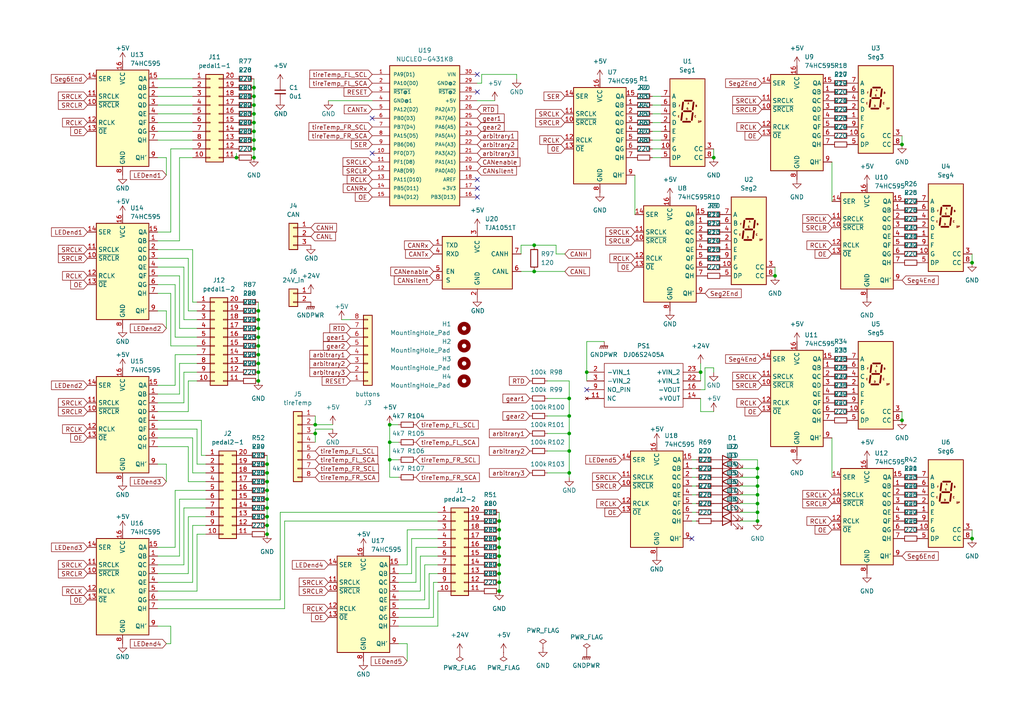
<source format=kicad_sch>
(kicad_sch (version 20230121) (generator eeschema)
  (paper "A4")
  (title_block (title "EP5 dashboard single board") (date "2024-01-02") (rev "1") (company "NTURacing") (comment 1 "郭哲明") (comment 2 "electrical group"))
  (junction (at 144.78 166.37))
  (junction (at 144.78 151.13))
  (junction (at 74.93 110.49))
  (junction (at 219.71 135.89))
  (junction (at 261.62 41.91))
  (junction (at 74.93 107.95))
  (junction (at 219.71 143.51))
  (junction (at 281.94 156.21))
  (junction (at 207.01 45.72))
  (junction (at 73.66 45.72))
  (junction (at 73.66 38.1))
  (junction (at 261.62 121.92))
  (junction (at 74.93 95.25))
  (junction (at 154.94 71.12))
  (junction (at 165.1 130.81))
  (junction (at 203.2 107.95))
  (junction (at 219.71 146.05))
  (junction (at 74.93 105.41))
  (junction (at 77.47 152.4))
  (junction (at 154.94 78.74))
  (junction (at 170.18 107.95))
  (junction (at 77.47 134.62))
  (junction (at 77.47 137.16))
  (junction (at 144.78 163.83))
  (junction (at 73.66 43.18))
  (junction (at 73.66 33.02))
  (junction (at 91.44 123.19))
  (junction (at 144.78 168.91))
  (junction (at 74.93 92.71))
  (junction (at 165.1 120.65))
  (junction (at 144.78 156.21))
  (junction (at 77.47 149.86))
  (junction (at 219.71 151.13))
  (junction (at 73.66 27.94))
  (junction (at 144.78 171.45))
  (junction (at 77.47 139.7))
  (junction (at 144.78 161.29))
  (junction (at 113.03 128.27))
  (junction (at 74.93 100.33))
  (junction (at 91.44 125.73))
  (junction (at 165.1 115.57))
  (junction (at 74.93 90.17))
  (junction (at 77.47 144.78))
  (junction (at 113.03 123.19))
  (junction (at 219.71 140.97))
  (junction (at 144.78 158.75))
  (junction (at 165.1 125.73))
  (junction (at 73.66 40.64))
  (junction (at 281.94 76.2))
  (junction (at 73.66 25.4))
  (junction (at 74.93 102.87))
  (junction (at 219.71 148.59))
  (junction (at 224.79 80.01))
  (junction (at 68.58 45.72))
  (junction (at 74.93 97.79))
  (junction (at 113.03 133.35))
  (junction (at 77.47 147.32))
  (junction (at 77.47 154.94))
  (junction (at 77.47 142.24))
  (junction (at 73.66 30.48))
  (junction (at 219.71 138.43))
  (junction (at 144.78 153.67))
  (junction (at 165.1 137.16))
  (junction (at 73.66 35.56))
  (no_connect (at 138.43 54.61))
  (no_connect (at 170.18 113.03))
  (no_connect (at 138.43 26.67))
  (no_connect (at 107.95 34.29))
  (no_connect (at 138.43 52.07))
  (no_connect (at 107.95 44.45))
  (no_connect (at 138.43 21.59))
  (no_connect (at 138.43 57.15))
  (no_connect (at 200.66 156.21))
  (wire (pts (xy 57.15 154.94) (xy 59.69 154.94)))
  (wire (pts (xy 53.34 107.95) (xy 53.34 116.84)))
  (wire (pts (xy 124.46 176.53) (xy 115.57 176.53)))
  (wire (pts (xy 219.71 135.89) (xy 219.71 138.43)))
  (wire (pts (xy 260.35 121.92) (xy 261.62 121.92)))
  (wire (pts (xy 127 158.75) (xy 120.65 158.75)))
  (wire (pts (xy 55.88 152.4) (xy 55.88 168.91)))
  (wire (pts (xy 55.88 87.63) (xy 55.88 72.39)))
  (wire (pts (xy 57.15 134.62) (xy 59.69 134.62)))
  (wire (pts (xy 50.8 82.55) (xy 45.72 82.55)))
  (wire (pts (xy 201.93 140.97) (xy 200.66 140.97)))
  (wire (pts (xy 125.73 168.91) (xy 125.73 179.07)))
  (wire (pts (xy 121.92 171.45) (xy 115.57 171.45)))
  (wire (pts (xy 175.26 99.06) (xy 170.18 99.06)))
  (wire (pts (xy 201.93 146.05) (xy 200.66 146.05)))
  (wire (pts (xy 49.53 186.69) (xy 49.53 181.61)))
  (wire (pts (xy 139.7 24.13) (xy 138.43 24.13)))
  (wire (pts (xy 158.75 120.65) (xy 165.1 120.65)))
  (wire (pts (xy 144.78 151.13) (xy 144.78 153.67)))
  (wire (pts (xy 123.19 163.83) (xy 123.19 173.99)))
  (wire (pts (xy 45.72 90.17) (xy 48.26 90.17)))
  (wire (pts (xy 214.63 138.43) (xy 219.71 138.43)))
  (wire (pts (xy 50.8 102.87) (xy 50.8 111.76)))
  (wire (pts (xy 158.75 115.57) (xy 165.1 115.57)))
  (wire (pts (xy 214.63 143.51) (xy 219.71 143.51)))
  (wire (pts (xy 203.2 105.41) (xy 203.2 107.95)))
  (wire (pts (xy 161.29 73.66) (xy 161.29 71.12)))
  (wire (pts (xy 48.26 45.72) (xy 45.72 45.72)))
  (wire (pts (xy 144.78 158.75) (xy 144.78 161.29)))
  (wire (pts (xy 96.52 124.46) (xy 91.44 124.46)))
  (wire (pts (xy 74.93 97.79) (xy 74.93 100.33)))
  (wire (pts (xy 189.23 45.72) (xy 191.77 45.72)))
  (wire (pts (xy 57.15 90.17) (xy 54.61 90.17)))
  (wire (pts (xy 52.07 114.3) (xy 52.07 105.41)))
  (wire (pts (xy 73.66 27.94) (xy 73.66 30.48)))
  (wire (pts (xy 53.34 92.71) (xy 53.34 77.47)))
  (wire (pts (xy 281.94 153.67) (xy 281.94 156.21)))
  (wire (pts (xy 118.11 186.69) (xy 118.11 191.77)))
  (wire (pts (xy 91.44 124.46) (xy 91.44 125.73)))
  (wire (pts (xy 48.26 90.17) (xy 48.26 95.25)))
  (wire (pts (xy 48.26 134.62) (xy 45.72 134.62)))
  (wire (pts (xy 58.42 132.08) (xy 59.69 132.08)))
  (wire (pts (xy 55.88 137.16) (xy 55.88 127)))
  (wire (pts (xy 52.07 105.41) (xy 57.15 105.41)))
  (wire (pts (xy 55.88 43.18) (xy 49.53 43.18)))
  (wire (pts (xy 52.07 69.85) (xy 52.07 45.72)))
  (wire (pts (xy 54.61 129.54) (xy 45.72 129.54)))
  (wire (pts (xy 73.66 35.56) (xy 73.66 38.1)))
  (wire (pts (xy 154.94 71.12) (xy 161.29 71.12)))
  (wire (pts (xy 74.93 90.17) (xy 74.93 87.63)))
  (wire (pts (xy 68.58 44.45) (xy 68.58 45.72)))
  (wire (pts (xy 165.1 138.43) (xy 165.1 137.16)))
  (wire (pts (xy 214.63 146.05) (xy 219.71 146.05)))
  (wire (pts (xy 165.1 115.57) (xy 165.1 120.65)))
  (wire (pts (xy 189.23 30.48) (xy 191.77 30.48)))
  (wire (pts (xy 48.26 50.8) (xy 48.26 45.72)))
  (wire (pts (xy 50.8 97.79) (xy 50.8 82.55)))
  (wire (pts (xy 189.23 35.56) (xy 191.77 35.56)))
  (wire (pts (xy 191.77 43.18) (xy 189.23 43.18)))
  (wire (pts (xy 57.15 92.71) (xy 53.34 92.71)))
  (wire (pts (xy 207.01 119.38) (xy 203.2 119.38)))
  (wire (pts (xy 50.8 142.24) (xy 50.8 158.75)))
  (wire (pts (xy 57.15 124.46) (xy 45.72 124.46)))
  (wire (pts (xy 201.93 135.89) (xy 200.66 135.89)))
  (wire (pts (xy 95.25 29.21) (xy 107.95 29.21)))
  (wire (pts (xy 73.66 22.86) (xy 73.66 25.4)))
  (wire (pts (xy 77.47 149.86) (xy 77.47 147.32)))
  (wire (pts (xy 55.88 27.94) (xy 45.72 27.94)))
  (wire (pts (xy 127 161.29) (xy 121.92 161.29)))
  (wire (pts (xy 151.13 71.12) (xy 154.94 71.12)))
  (wire (pts (xy 52.07 80.01) (xy 45.72 80.01)))
  (wire (pts (xy 53.34 116.84) (xy 45.72 116.84)))
  (wire (pts (xy 55.88 33.02) (xy 45.72 33.02)))
  (wire (pts (xy 82.55 176.53) (xy 45.72 176.53)))
  (wire (pts (xy 123.19 173.99) (xy 115.57 173.99)))
  (wire (pts (xy 96.52 123.19) (xy 91.44 123.19)))
  (wire (pts (xy 77.47 142.24) (xy 77.47 144.78)))
  (wire (pts (xy 144.78 153.67) (xy 144.78 156.21)))
  (wire (pts (xy 261.62 119.38) (xy 261.62 121.92)))
  (wire (pts (xy 55.88 72.39) (xy 45.72 72.39)))
  (wire (pts (xy 207.01 106.68) (xy 207.01 107.95)))
  (wire (pts (xy 154.94 78.74) (xy 163.83 78.74)))
  (wire (pts (xy 53.34 163.83) (xy 45.72 163.83)))
  (wire (pts (xy 124.46 166.37) (xy 124.46 176.53)))
  (wire (pts (xy 91.44 123.19) (xy 91.44 120.65)))
  (wire (pts (xy 50.8 158.75) (xy 45.72 158.75)))
  (wire (pts (xy 57.15 134.62) (xy 57.15 124.46)))
  (wire (pts (xy 58.42 132.08) (xy 58.42 121.92)))
  (wire (pts (xy 224.79 77.47) (xy 224.79 80.01)))
  (wire (pts (xy 52.07 161.29) (xy 45.72 161.29)))
  (wire (pts (xy 214.63 140.97) (xy 219.71 140.97)))
  (wire (pts (xy 57.15 87.63) (xy 55.88 87.63)))
  (wire (pts (xy 115.57 128.27) (xy 113.03 128.27)))
  (wire (pts (xy 52.07 45.72) (xy 55.88 45.72)))
  (wire (pts (xy 189.23 27.94) (xy 191.77 27.94)))
  (wire (pts (xy 281.94 73.66) (xy 281.94 76.2)))
  (wire (pts (xy 52.07 144.78) (xy 52.07 161.29)))
  (wire (pts (xy 52.07 95.25) (xy 52.07 80.01)))
  (wire (pts (xy 219.71 148.59) (xy 219.71 151.13)))
  (wire (pts (xy 241.3 127) (xy 241.3 138.43)))
  (wire (pts (xy 77.47 139.7) (xy 77.47 142.24)))
  (wire (pts (xy 77.47 149.86) (xy 77.47 152.4)))
  (wire (pts (xy 73.66 25.4) (xy 73.66 27.94)))
  (wire (pts (xy 189.23 40.64) (xy 191.77 40.64)))
  (wire (pts (xy 73.66 40.64) (xy 73.66 43.18)))
  (wire (pts (xy 127 168.91) (xy 125.73 168.91)))
  (wire (pts (xy 55.88 25.4) (xy 45.72 25.4)))
  (wire (pts (xy 118.11 153.67) (xy 118.11 163.83)))
  (wire (pts (xy 54.61 119.38) (xy 45.72 119.38)))
  (wire (pts (xy 219.71 133.35) (xy 219.71 135.89)))
  (wire (pts (xy 55.88 30.48) (xy 45.72 30.48)))
  (wire (pts (xy 158.75 130.81) (xy 165.1 130.81)))
  (wire (pts (xy 151.13 78.74) (xy 154.94 78.74)))
  (wire (pts (xy 81.28 148.59) (xy 81.28 173.99)))
  (wire (pts (xy 55.88 40.64) (xy 45.72 40.64)))
  (wire (pts (xy 219.71 146.05) (xy 219.71 148.59)))
  (wire (pts (xy 115.57 133.35) (xy 113.03 133.35)))
  (wire (pts (xy 170.18 107.95) (xy 170.18 110.49)))
  (wire (pts (xy 204.47 106.68) (xy 204.47 113.03)))
  (wire (pts (xy 127 181.61) (xy 115.57 181.61)))
  (wire (pts (xy 207.01 106.68) (xy 204.47 106.68)))
  (wire (pts (xy 55.88 38.1) (xy 45.72 38.1)))
  (wire (pts (xy 127 163.83) (xy 123.19 163.83)))
  (wire (pts (xy 74.93 95.25) (xy 74.93 92.71)))
  (wire (pts (xy 77.47 134.62) (xy 77.47 137.16)))
  (wire (pts (xy 144.78 161.29) (xy 144.78 163.83)))
  (wire (pts (xy 144.78 168.91) (xy 144.78 171.45)))
  (wire (pts (xy 57.15 110.49) (xy 54.61 110.49)))
  (wire (pts (xy 144.78 148.59) (xy 144.78 151.13)))
  (wire (pts (xy 115.57 138.43) (xy 113.03 138.43)))
  (wire (pts (xy 158.75 137.16) (xy 165.1 137.16)))
  (wire (pts (xy 74.93 95.25) (xy 74.93 97.79)))
  (wire (pts (xy 115.57 186.69) (xy 118.11 186.69)))
  (wire (pts (xy 125.73 179.07) (xy 115.57 179.07)))
  (wire (pts (xy 119.38 156.21) (xy 119.38 166.37)))
  (wire (pts (xy 77.47 132.08) (xy 77.47 134.62)))
  (wire (pts (xy 73.66 30.48) (xy 73.66 33.02)))
  (wire (pts (xy 54.61 139.7) (xy 54.61 129.54)))
  (wire (pts (xy 214.63 148.59) (xy 219.71 148.59)))
  (wire (pts (xy 54.61 149.86) (xy 54.61 166.37)))
  (wire (pts (xy 201.93 133.35) (xy 200.66 133.35)))
  (wire (pts (xy 184.15 50.8) (xy 184.15 62.23)))
  (wire (pts (xy 81.28 148.59) (xy 127 148.59)))
  (wire (pts (xy 59.69 142.24) (xy 50.8 142.24)))
  (wire (pts (xy 59.69 147.32) (xy 53.34 147.32)))
  (wire (pts (xy 139.7 21.59) (xy 149.86 21.59)))
  (wire (pts (xy 74.93 90.17) (xy 74.93 92.71)))
  (wire (pts (xy 113.03 123.19) (xy 115.57 123.19)))
  (wire (pts (xy 49.53 67.31) (xy 45.72 67.31)))
  (wire (pts (xy 144.78 166.37) (xy 144.78 168.91)))
  (wire (pts (xy 144.78 163.83) (xy 144.78 166.37)))
  (wire (pts (xy 55.88 22.86) (xy 45.72 22.86)))
  (wire (pts (xy 82.55 151.13) (xy 127 151.13)))
  (wire (pts (xy 127 156.21) (xy 119.38 156.21)))
  (wire (pts (xy 204.47 113.03) (xy 203.2 113.03)))
  (wire (pts (xy 120.65 168.91) (xy 115.57 168.91)))
  (wire (pts (xy 165.1 120.65) (xy 165.1 125.73)))
  (wire (pts (xy 55.88 35.56) (xy 45.72 35.56)))
  (wire (pts (xy 53.34 77.47) (xy 45.72 77.47)))
  (wire (pts (xy 151.13 71.12) (xy 151.13 73.66)))
  (wire (pts (xy 55.88 137.16) (xy 59.69 137.16)))
  (wire (pts (xy 144.78 156.21) (xy 144.78 158.75)))
  (wire (pts (xy 241.3 46.99) (xy 241.3 58.42)))
  (wire (pts (xy 113.03 128.27) (xy 113.03 133.35)))
  (wire (pts (xy 58.42 121.92) (xy 45.72 121.92)))
  (wire (pts (xy 49.53 85.09) (xy 45.72 85.09)))
  (wire (pts (xy 113.03 133.35) (xy 113.03 138.43)))
  (wire (pts (xy 201.93 151.13) (xy 200.66 151.13)))
  (wire (pts (xy 165.1 125.73) (xy 165.1 130.81)))
  (wire (pts (xy 54.61 110.49) (xy 54.61 119.38)))
  (wire (pts (xy 139.7 21.59) (xy 139.7 24.13)))
  (wire (pts (xy 49.53 43.18) (xy 49.53 67.31)))
  (wire (pts (xy 127 171.45) (xy 127 181.61)))
  (wire (pts (xy 203.2 119.38) (xy 203.2 115.57)))
  (wire (pts (xy 81.28 173.99) (xy 45.72 173.99)))
  (wire (pts (xy 73.66 33.02) (xy 73.66 35.56)))
  (wire (pts (xy 261.62 39.37) (xy 261.62 41.91)))
  (wire (pts (xy 77.47 144.78) (xy 77.47 147.32)))
  (wire (pts (xy 214.63 135.89) (xy 219.71 135.89)))
  (wire (pts (xy 50.8 111.76) (xy 45.72 111.76)))
  (wire (pts (xy 45.72 69.85) (xy 52.07 69.85)))
  (wire (pts (xy 57.15 107.95) (xy 53.34 107.95)))
  (wire (pts (xy 158.75 125.73) (xy 165.1 125.73)))
  (wire (pts (xy 77.47 137.16) (xy 77.47 139.7)))
  (wire (pts (xy 57.15 100.33) (xy 49.53 100.33)))
  (wire (pts (xy 49.53 100.33) (xy 49.53 85.09)))
  (wire (pts (xy 57.15 154.94) (xy 57.15 171.45)))
  (wire (pts (xy 45.72 114.3) (xy 52.07 114.3)))
  (wire (pts (xy 82.55 151.13) (xy 82.55 176.53)))
  (wire (pts (xy 201.93 148.59) (xy 200.66 148.59)))
  (wire (pts (xy 165.1 137.16) (xy 165.1 130.81)))
  (wire (pts (xy 74.93 105.41) (xy 74.93 107.95)))
  (wire (pts (xy 189.23 33.02) (xy 191.77 33.02)))
  (wire (pts (xy 49.53 181.61) (xy 45.72 181.61)))
  (wire (pts (xy 55.88 168.91) (xy 45.72 168.91)))
  (wire (pts (xy 219.71 138.43) (xy 219.71 140.97)))
  (wire (pts (xy 57.15 95.25) (xy 52.07 95.25)))
  (wire (pts (xy 165.1 110.49) (xy 165.1 115.57)))
  (wire (pts (xy 54.61 74.93) (xy 45.72 74.93)))
  (wire (pts (xy 214.63 133.35) (xy 219.71 133.35)))
  (wire (pts (xy 91.44 125.73) (xy 91.44 128.27)))
  (wire (pts (xy 77.47 152.4) (xy 77.47 154.94)))
  (wire (pts (xy 55.88 127) (xy 45.72 127)))
  (wire (pts (xy 54.61 90.17) (xy 54.61 74.93)))
  (wire (pts (xy 143.51 29.21) (xy 138.43 29.21)))
  (wire (pts (xy 207.01 43.18) (xy 207.01 45.72)))
  (wire (pts (xy 161.29 73.66) (xy 163.83 73.66)))
  (wire (pts (xy 120.65 158.75) (xy 120.65 168.91)))
  (wire (pts (xy 59.69 144.78) (xy 52.07 144.78)))
  (wire (pts (xy 201.93 138.43) (xy 200.66 138.43)))
  (wire (pts (xy 99.06 92.71) (xy 101.6 92.71)))
  (wire (pts (xy 57.15 171.45) (xy 45.72 171.45)))
  (wire (pts (xy 73.66 38.1) (xy 73.66 40.64)))
  (wire (pts (xy 73.66 43.18) (xy 73.66 45.72)))
  (wire (pts (xy 74.93 105.41) (xy 74.93 102.87)))
  (wire (pts (xy 57.15 102.87) (xy 50.8 102.87)))
  (wire (pts (xy 54.61 166.37) (xy 45.72 166.37)))
  (wire (pts (xy 170.18 99.06) (xy 170.18 107.95)))
  (wire (pts (xy 53.34 147.32) (xy 53.34 163.83)))
  (wire (pts (xy 189.23 38.1) (xy 191.77 38.1)))
  (wire (pts (xy 158.75 110.49) (xy 165.1 110.49)))
  (wire (pts (xy 74.93 100.33) (xy 74.93 102.87)))
  (wire (pts (xy 203.2 107.95) (xy 203.2 110.49)))
  (wire (pts (xy 201.93 143.51) (xy 200.66 143.51)))
  (wire (pts (xy 219.71 143.51) (xy 219.71 146.05)))
  (wire (pts (xy 119.38 166.37) (xy 115.57 166.37)))
  (wire (pts (xy 149.86 21.59) (xy 149.86 22.86)))
  (wire (pts (xy 74.93 107.95) (xy 74.93 110.49)))
  (wire (pts (xy 57.15 97.79) (xy 50.8 97.79)))
  (wire (pts (xy 113.03 123.19) (xy 113.03 128.27)))
  (wire (pts (xy 48.26 139.7) (xy 48.26 134.62)))
  (wire (pts (xy 59.69 152.4) (xy 55.88 152.4)))
  (wire (pts (xy 127 153.67) (xy 118.11 153.67)))
  (wire (pts (xy 59.69 149.86) (xy 54.61 149.86)))
  (wire (pts (xy 219.71 140.97) (xy 219.71 143.51)))
  (wire (pts (xy 214.63 151.13) (xy 219.71 151.13)))
  (wire (pts (xy 121.92 161.29) (xy 121.92 171.45)))
  (wire (pts (xy 54.61 139.7) (xy 59.69 139.7)))
  (wire (pts (xy 118.11 163.83) (xy 115.57 163.83)))
  (wire (pts (xy 48.26 186.69) (xy 49.53 186.69)))
  (wire (pts (xy 127 166.37) (xy 124.46 166.37)))
  (global_label "RCLK" (shape input) (at 25.4 171.45 180) (property "Intersheetrefs" "${INTERSHEET_REFS}" (effects hide)))
  (global_label "gear2" (shape input) (at 101.6 100.33 180) (property "Intersheetrefs" "${INTERSHEET_REFS}" (effects hide)))
  (global_label "CANTx" (shape input) (at 125.73 73.66 180) (property "Intersheetrefs" "${INTERSHEET_REFS}" (effects hide)))
  (global_label "SRCLR" (shape input) (at 25.4 74.93 180) (property "Intersheetrefs" "${INTERSHEET_REFS}" (effects hide)))
  (global_label "gear1" (shape input) (at 138.43 34.29 0) (property "Intersheetrefs" "${INTERSHEET_REFS}" (effects hide)))
  (global_label "SRCLR" (shape input) (at 25.4 119.38 180) (property "Intersheetrefs" "${INTERSHEET_REFS}" (effects hide)))
  (global_label "Seg2End" (shape input) (at 204.47 85.09 0) (property "Intersheetrefs" "${INTERSHEET_REFS}" (effects hide)))
  (global_label "RCLK" (shape input) (at 220.98 36.83 180) (property "Intersheetrefs" "${INTERSHEET_REFS}" (effects hide)))
  (global_label "arbitrary2" (shape input) (at 153.67 130.81 180) (property "Intersheetrefs" "${INTERSHEET_REFS}" (effects hide)))
  (global_label "SRCLR" (shape input) (at 180.34 140.97 180) (property "Intersheetrefs" "${INTERSHEET_REFS}" (effects hide)))
  (global_label "arbitrary1" (shape input) (at 153.67 125.73 180) (property "Intersheetrefs" "${INTERSHEET_REFS}" (effects hide)))
  (global_label "tireTemp_FR_SCA" (shape input) (at 107.95 39.37 180) (property "Intersheetrefs" "${INTERSHEET_REFS}" (effects hide)))
  (global_label "arbitrary2" (shape input) (at 138.43 41.91 0) (property "Intersheetrefs" "${INTERSHEET_REFS}" (effects hide)))
  (global_label "arbitrary3" (shape input) (at 101.6 107.95 180) (property "Intersheetrefs" "${INTERSHEET_REFS}" (effects hide)))
  (global_label "LEDend5" (shape input) (at 180.34 133.35 180) (property "Intersheetrefs" "${INTERSHEET_REFS}" (effects hide)))
  (global_label "CANL" (shape input) (at 90.17 68.58 0) (property "Intersheetrefs" "${INTERSHEET_REFS}" (effects hide)))
  (global_label "tireTemp_FL_SCA" (shape input) (at 120.65 128.27 0) (property "Intersheetrefs" "${INTERSHEET_REFS}" (effects hide)))
  (global_label "OE" (shape input) (at 220.98 39.37 180) (property "Intersheetrefs" "${INTERSHEET_REFS}" (effects hide)))
  (global_label "RESET" (shape input) (at 107.95 26.67 180) (property "Intersheetrefs" "${INTERSHEET_REFS}" (effects hide)))
  (global_label "LEDend5" (shape input) (at 118.11 191.77 180) (property "Intersheetrefs" "${INTERSHEET_REFS}" (effects hide)))
  (global_label "CANsilent" (shape input) (at 138.43 49.53 0) (property "Intersheetrefs" "${INTERSHEET_REFS}" (effects hide)))
  (global_label "OE" (shape input) (at 107.95 57.15 180) (property "Intersheetrefs" "${INTERSHEET_REFS}" (effects hide)))
  (global_label "LEDend1" (shape input) (at 25.4 67.31 180) (property "Intersheetrefs" "${INTERSHEET_REFS}" (effects hide)))
  (global_label "OE" (shape input) (at 180.34 148.59 180) (property "Intersheetrefs" "${INTERSHEET_REFS}" (effects hide)))
  (global_label "tireTemp_FR_SCA" (shape input) (at 91.44 138.43 0) (property "Intersheetrefs" "${INTERSHEET_REFS}" (effects hide)))
  (global_label "gear1" (shape input) (at 101.6 97.79 180) (property "Intersheetrefs" "${INTERSHEET_REFS}" (effects hide)))
  (global_label "SRCLR" (shape input) (at 220.98 31.75 180) (property "Intersheetrefs" "${INTERSHEET_REFS}" (effects hide)))
  (global_label "CANenable" (shape input) (at 138.43 46.99 0) (property "Intersheetrefs" "${INTERSHEET_REFS}" (effects hide)))
  (global_label "CANH" (shape input) (at 90.17 66.04 0) (property "Intersheetrefs" "${INTERSHEET_REFS}" (effects hide)))
  (global_label "OE" (shape input) (at 241.3 153.67 180) (property "Intersheetrefs" "${INTERSHEET_REFS}" (effects hide)))
  (global_label "LEDend2" (shape input) (at 25.4 111.76 180) (property "Intersheetrefs" "${INTERSHEET_REFS}" (effects hide)))
  (global_label "arbitrary2" (shape input) (at 101.6 105.41 180) (property "Intersheetrefs" "${INTERSHEET_REFS}" (effects hide)))
  (global_label "RCLK" (shape input) (at 220.98 116.84 180) (property "Intersheetrefs" "${INTERSHEET_REFS}" (effects hide)))
  (global_label "RCLK" (shape input) (at 95.25 176.53 180) (property "Intersheetrefs" "${INTERSHEET_REFS}" (effects hide)))
  (global_label "SRCLK" (shape input) (at 25.4 163.83 180) (property "Intersheetrefs" "${INTERSHEET_REFS}" (effects hide)))
  (global_label "SRCLK" (shape input) (at 184.15 67.31 180) (property "Intersheetrefs" "${INTERSHEET_REFS}" (effects hide)))
  (global_label "LEDend2" (shape input) (at 48.26 95.25 180) (property "Intersheetrefs" "${INTERSHEET_REFS}" (effects hide)))
  (global_label "RTD" (shape input) (at 138.43 31.75 0) (property "Intersheetrefs" "${INTERSHEET_REFS}" (effects hide)))
  (global_label "RCLK" (shape input) (at 25.4 124.46 180) (property "Intersheetrefs" "${INTERSHEET_REFS}" (effects hide)))
  (global_label "SRCLK" (shape input) (at 241.3 63.5 180) (property "Intersheetrefs" "${INTERSHEET_REFS}" (effects hide)))
  (global_label "SRCLK" (shape input) (at 25.4 27.94 180) (property "Intersheetrefs" "${INTERSHEET_REFS}" (effects hide)))
  (global_label "OE" (shape input) (at 220.98 119.38 180) (property "Intersheetrefs" "${INTERSHEET_REFS}" (effects hide)))
  (global_label "arbitrary3" (shape input) (at 153.67 137.16 180) (property "Intersheetrefs" "${INTERSHEET_REFS}" (effects hide)))
  (global_label "OE" (shape input) (at 163.83 43.18 180) (property "Intersheetrefs" "${INTERSHEET_REFS}" (effects hide)))
  (global_label "Seg4End" (shape input) (at 220.98 104.14 180) (property "Intersheetrefs" "${INTERSHEET_REFS}" (effects hide)))
  (global_label "LEDend3" (shape input) (at 25.4 158.75 180) (property "Intersheetrefs" "${INTERSHEET_REFS}" (effects hide)))
  (global_label "RCLK" (shape input) (at 241.3 71.12 180) (property "Intersheetrefs" "${INTERSHEET_REFS}" (effects hide)))
  (global_label "tireTemp_FR_SCL" (shape input) (at 107.95 36.83 180) (property "Intersheetrefs" "${INTERSHEET_REFS}" (effects hide)))
  (global_label "gear2" (shape input) (at 153.67 120.65 180) (property "Intersheetrefs" "${INTERSHEET_REFS}" (effects hide)))
  (global_label "tireTemp_FR_SCA" (shape input) (at 120.65 138.43 0) (property "Intersheetrefs" "${INTERSHEET_REFS}" (effects hide)))
  (global_label "SRCLR" (shape input) (at 107.95 49.53 180) (property "Intersheetrefs" "${INTERSHEET_REFS}" (effects hide)))
  (global_label "LEDend1" (shape input) (at 48.26 50.8 180) (property "Intersheetrefs" "${INTERSHEET_REFS}" (effects hide)))
  (global_label "SRCLR" (shape input) (at 95.25 171.45 180) (property "Intersheetrefs" "${INTERSHEET_REFS}" (effects hide)))
  (global_label "SRCLK" (shape input) (at 25.4 72.39 180) (property "Intersheetrefs" "${INTERSHEET_REFS}" (effects hide)))
  (global_label "arbitrary1" (shape input) (at 101.6 102.87 180) (property "Intersheetrefs" "${INTERSHEET_REFS}" (effects hide)))
  (global_label "tireTemp_FR_SCL" (shape input) (at 120.65 133.35 0) (property "Intersheetrefs" "${INTERSHEET_REFS}" (effects hide)))
  (global_label "Seg6End" (shape input) (at 261.62 161.29 0) (property "Intersheetrefs" "${INTERSHEET_REFS}" (effects hide)))
  (global_label "RCLK" (shape input) (at 25.4 80.01 180) (property "Intersheetrefs" "${INTERSHEET_REFS}" (effects hide)))
  (global_label "SRCLK" (shape input) (at 241.3 143.51 180) (property "Intersheetrefs" "${INTERSHEET_REFS}" (effects hide)))
  (global_label "RCLK" (shape input) (at 25.4 35.56 180) (property "Intersheetrefs" "${INTERSHEET_REFS}" (effects hide)))
  (global_label "RCLK" (shape input) (at 184.15 74.93 180) (property "Intersheetrefs" "${INTERSHEET_REFS}" (effects hide)))
  (global_label "RTD" (shape input) (at 153.67 110.49 180) (property "Intersheetrefs" "${INTERSHEET_REFS}" (effects hide)))
  (global_label "OE" (shape input) (at 25.4 82.55 180) (property "Intersheetrefs" "${INTERSHEET_REFS}" (effects hide)))
  (global_label "RESET" (shape input) (at 101.6 110.49 180) (property "Intersheetrefs" "${INTERSHEET_REFS}" (effects hide)))
  (global_label "gear1" (shape input) (at 153.67 115.57 180) (property "Intersheetrefs" "${INTERSHEET_REFS}" (effects hide)))
  (global_label "SRCLK" (shape input) (at 163.83 33.02 180) (property "Intersheetrefs" "${INTERSHEET_REFS}" (effects hide)))
  (global_label "tireTemp_FR_SCL" (shape input) (at 91.44 135.89 0) (property "Intersheetrefs" "${INTERSHEET_REFS}" (effects hide)))
  (global_label "SRCLK" (shape input) (at 107.95 46.99 180) (property "Intersheetrefs" "${INTERSHEET_REFS}" (effects hide)))
  (global_label "RCLK" (shape input) (at 180.34 146.05 180) (property "Intersheetrefs" "${INTERSHEET_REFS}" (effects hide)))
  (global_label "Seg2End" (shape input) (at 220.98 24.13 180) (property "Intersheetrefs" "${INTERSHEET_REFS}" (effects hide)))
  (global_label "CANsilent" (shape input) (at 125.73 81.28 180) (property "Intersheetrefs" "${INTERSHEET_REFS}" (effects hide)))
  (global_label "Seg6End" (shape input) (at 25.4 22.86 180) (property "Intersheetrefs" "${INTERSHEET_REFS}" (effects hide)))
  (global_label "SRCLR" (shape input) (at 184.15 69.85 180) (property "Intersheetrefs" "${INTERSHEET_REFS}" (effects hide)))
  (global_label "OE" (shape input) (at 25.4 127 180) (property "Intersheetrefs" "${INTERSHEET_REFS}" (effects hide)))
  (global_label "SRCLK" (shape input) (at 180.34 138.43 180) (property "Intersheetrefs" "${INTERSHEET_REFS}" (effects hide)))
  (global_label "SRCLR" (shape input) (at 220.98 111.76 180) (property "Intersheetrefs" "${INTERSHEET_REFS}" (effects hide)))
  (global_label "tireTemp_FL_SCA" (shape input) (at 107.95 24.13 180) (property "Intersheetrefs" "${INTERSHEET_REFS}" (effects hide)))
  (global_label "tireTemp_FL_SCL" (shape input) (at 91.44 130.81 0) (property "Intersheetrefs" "${INTERSHEET_REFS}" (effects hide)))
  (global_label "tireTemp_FL_SCA" (shape input) (at 91.44 133.35 0) (property "Intersheetrefs" "${INTERSHEET_REFS}" (effects hide)))
  (global_label "CANRx" (shape input) (at 125.73 71.12 180) (property "Intersheetrefs" "${INTERSHEET_REFS}" (effects hide)))
  (global_label "arbitrary3" (shape input) (at 138.43 44.45 0) (property "Intersheetrefs" "${INTERSHEET_REFS}" (effects hide)))
  (global_label "SRCLK" (shape input) (at 25.4 116.84 180) (property "Intersheetrefs" "${INTERSHEET_REFS}" (effects hide)))
  (global_label "SRCLR" (shape input) (at 241.3 66.04 180) (property "Intersheetrefs" "${INTERSHEET_REFS}" (effects hide)))
  (global_label "RTD" (shape input) (at 101.6 95.25 180) (property "Intersheetrefs" "${INTERSHEET_REFS}" (effects hide)))
  (global_label "tireTemp_FL_SCL" (shape input) (at 107.95 21.59 180) (property "Intersheetrefs" "${INTERSHEET_REFS}" (effects hide)))
  (global_label "LEDend4" (shape input) (at 95.25 163.83 180) (property "Intersheetrefs" "${INTERSHEET_REFS}" (effects hide)))
  (global_label "SRCLK" (shape input) (at 220.98 29.21 180) (property "Intersheetrefs" "${INTERSHEET_REFS}" (effects hide)))
  (global_label "SRCLR" (shape input) (at 25.4 30.48 180) (property "Intersheetrefs" "${INTERSHEET_REFS}" (effects hide)))
  (global_label "OE" (shape input) (at 184.15 77.47 180) (property "Intersheetrefs" "${INTERSHEET_REFS}" (effects hide)))
  (global_label "CANL" (shape input) (at 163.83 78.74 0) (property "Intersheetrefs" "${INTERSHEET_REFS}" (effects hide)))
  (global_label "arbitrary1" (shape input) (at 138.43 39.37 0) (property "Intersheetrefs" "${INTERSHEET_REFS}" (effects hide)))
  (global_label "tireTemp_FL_SCL" (shape input) (at 120.65 123.19 0) (property "Intersheetrefs" "${INTERSHEET_REFS}" (effects hide)))
  (global_label "SER" (shape input) (at 107.95 41.91 180) (property "Intersheetrefs" "${INTERSHEET_REFS}" (effects hide)))
  (global_label "CANenable" (shape input) (at 125.73 78.74 180) (property "Intersheetrefs" "${INTERSHEET_REFS}" (effects hide)))
  (global_label "Seg4End" (shape input) (at 261.62 81.28 0) (property "Intersheetrefs" "${INTERSHEET_REFS}" (effects hide)))
  (global_label "LEDend4" (shape input) (at 48.26 186.69 180) (property "Intersheetrefs" "${INTERSHEET_REFS}" (effects hide)))
  (global_label "RCLK" (shape input) (at 107.95 52.07 180) (property "Intersheetrefs" "${INTERSHEET_REFS}" (effects hide)))
  (global_label "RCLK" (shape input) (at 241.3 151.13 180) (property "Intersheetrefs" "${INTERSHEET_REFS}" (effects hide)))
  (global_label "OE" (shape input) (at 95.25 179.07 180) (property "Intersheetrefs" "${INTERSHEET_REFS}" (effects hide)))
  (global_label "SRCLR" (shape input) (at 241.3 146.05 180) (property "Intersheetrefs" "${INTERSHEET_REFS}" (effects hide)))
  (global_label "OE" (shape input) (at 25.4 173.99 180) (property "Intersheetrefs" "${INTERSHEET_REFS}" (effects hide)))
  (global_label "OE" (shape input) (at 25.4 38.1 180) (property "Intersheetrefs" "${INTERSHEET_REFS}" (effects hide)))
  (global_label "SRCLR" (shape input) (at 25.4 166.37 180) (property "Intersheetrefs" "${INTERSHEET_REFS}" (effects hide)))
  (global_label "SRCLK" (shape input) (at 95.25 168.91 180) (property "Intersheetrefs" "${INTERSHEET_REFS}" (effects hide)))
  (global_label "SER" (shape input) (at 163.83 27.94 180) (property "Intersheetrefs" "${INTERSHEET_REFS}" (effects hide)))
  (global_label "CANRx" (shape input) (at 107.95 54.61 180) (property "Intersheetrefs" "${INTERSHEET_REFS}" (effects hide)))
  (global_label "RCLK" (shape input) (at 163.83 40.64 180) (property "Intersheetrefs" "${INTERSHEET_REFS}" (effects hide)))
  (global_label "SRCLR" (shape input) (at 163.83 35.56 180) (property "Intersheetrefs" "${INTERSHEET_REFS}" (effects hide)))
  (global_label "LEDend3" (shape input) (at 48.26 139.7 180) (property "Intersheetrefs" "${INTERSHEET_REFS}" (effects hide)))
  (global_label "SRCLK" (shape input) (at 220.98 109.22 180) (property "Intersheetrefs" "${INTERSHEET_REFS}" (effects hide)))
  (global_label "OE" (shape input) (at 241.3 73.66 180) (property "Intersheetrefs" "${INTERSHEET_REFS}" (effects hide)))
  (global_label "CANH" (shape input) (at 163.83 73.66 0) (property "Intersheetrefs" "${INTERSHEET_REFS}" (effects hide)))
  (global_label "gear2" (shape input) (at 138.43 36.83 0) (property "Intersheetrefs" "${INTERSHEET_REFS}" (effects hide)))
  (global_label "CANTx" (shape input) (at 107.95 31.75 180) (property "Intersheetrefs" "${INTERSHEET_REFS}" (effects hide)))
  (symbol (lib_id "power:GND") (at 105.41 191.77 0) (unit 1)
    (property "Reference" "#PWR037" (effects hide))
    (property "Value" "GND" (at 105.41 195.58 0))
  )
  (symbol (lib_id "Device:R_Small") (at 186.69 27.94 90) (unit 1)
    (property "Reference" "R1" (at 186.69 22.86 90))
    (property "Value" "220" (at 186.69 25.4 90))
    (property "Footprint" "Resistor_SMD:R_0603_1608Metric_Pad0.98x0.95mm_HandSolder" (effects hide))
  )
  (symbol (lib_id "Device:R_Small") (at 243.84 34.29 90) (unit 1)
    (property "Reference" "R21" (at 243.84 29.21 90))
    (property "Value" "220" (at 243.84 31.75 90))
    (property "Footprint" "Resistor_SMD:R_0603_1608Metric_Pad0.98x0.95mm_HandSolder" (effects hide))
  )
  (symbol (lib_id "Device:R_Small") (at 74.93 134.62 90) (unit 1)
    (property "Reference" "R49" (at 74.93 129.54 90))
    (property "Value" "220" (at 74.93 132.08 90))
    (property "Footprint" "Resistor_SMD:R_0603_1608Metric_Pad0.98x0.95mm_HandSolder" (effects hide))
  )
  (symbol (lib_id "74xx:74HC595") (at 231.14 34.29 0) (unit 1)
    (property "Reference" "U9" (at 233.3341 16.51 0) (effects (justify left)))
    (property "Value" "74HC595" (at 233.3341 19.05 0) (effects (justify left)))
    (property "Footprint" "Package_SO:SOIC-16_3.9x9.9mm_P1.27mm" (effects hide))
    (property "Datasheet" "http://www.ti.com/lit/ds/symlink/sn74hc595.pdf" (effects hide))
  )
  (symbol (lib_id "Device:R_Small") (at 243.84 31.75 90) (unit 1)
    (property "Reference" "R20" (at 243.84 26.67 90))
    (property "Value" "220" (at 243.84 29.21 90))
    (property "Footprint" "Resistor_SMD:R_0603_1608Metric_Pad0.98x0.95mm_HandSolder" (effects hide))
  )
  (symbol (lib_id "Device:R_Small") (at 243.84 119.38 90) (unit 1)
    (property "Reference" "R39" (at 243.84 114.3 90))
    (property "Value" "220" (at 243.84 116.84 90))
    (property "Footprint" "Resistor_SMD:R_0603_1608Metric_Pad0.98x0.95mm_HandSolder" (effects hide))
  )
  (symbol (lib_id "Device:R_Small") (at 118.11 123.19 90) (unit 1)
    (property "Reference" "R104" (at 120.65 120.65 90))
    (property "Value" "4k7" (at 115.57 120.65 90))
    (property "Footprint" "Resistor_SMD:R_0805_2012Metric" (effects hide))
  )
  (symbol (lib_id "power:GND") (at 173.99 55.88 0) (unit 1)
    (property "Reference" "#PWR017" (effects hide))
    (property "Value" "GND" (at 173.99 60.96 0))
  )
  (symbol (lib_id "Device:R_Small") (at 204.47 135.89 90) (unit 1)
    (property "Reference" "R70" (at 204.47 130.81 90))
    (property "Value" "220" (at 204.47 133.35 90))
    (property "Footprint" "Resistor_SMD:R_0603_1608Metric_Pad0.98x0.95mm_HandSolder" (effects hide))
  )
  (symbol (lib_id "Device:R_Small") (at 156.21 120.65 90) (unit 1)
    (property "Reference" "R100" (at 161.29 118.11 90))
    (property "Value" "100k" (at 156.21 118.11 90))
    (property "Footprint" "Resistor_SMD:R_0805_2012Metric" (effects hide))
  )
  (symbol (lib_id "Device:R_Small") (at 264.16 140.97 90) (unit 1)
    (property "Reference" "R41" (at 264.16 135.89 90))
    (property "Value" "220" (at 264.16 138.43 90))
    (property "Footprint" "Resistor_SMD:R_0603_1608Metric_Pad0.98x0.95mm_HandSolder" (effects hide))
  )
  (symbol (lib_id "power:GND") (at 219.71 151.13 0) (mirror y) (unit 1)
    (property "Reference" "#PWR012" (effects hide))
    (property "Value" "GND" (at 219.71 156.21 0))
  )
  (symbol (lib_id "Device:R_Small") (at 74.93 154.94 90) (unit 1)
    (property "Reference" "R50" (at 74.93 149.86 90))
    (property "Value" "220" (at 74.93 152.4 90))
    (property "Footprint" "Resistor_SMD:R_0603_1608Metric_Pad0.98x0.95mm_HandSolder" (effects hide))
  )
  (symbol (lib_id "Device:R_Small") (at 207.01 74.93 90) (unit 1)
    (property "Reference" "R14" (at 207.01 69.85 90))
    (property "Value" "220" (at 207.01 72.39 90))
    (property "Footprint" "Resistor_SMD:R_0603_1608Metric_Pad0.98x0.95mm_HandSolder" (effects hide))
  )
  (symbol (lib_id "power:GND") (at 81.28 29.21 0) (unit 1)
    (property "Reference" "#PWR041" (effects hide))
    (property "Value" "GND" (at 79.375 33.02 0) (effects (justify left)))
  )
  (symbol (lib_id "Device:C_Small") (at 81.28 26.67 0) (unit 1)
    (property "Reference" "C1" (at 83.82 25.4063 0) (effects (justify left)))
    (property "Value" "0u1" (at 83.82 27.9463 0) (effects (justify left)))
    (property "Footprint" "Capacitor_SMD:C_0805_2012Metric_Pad1.18x1.45mm_HandSolder" (effects hide))
  )
  (symbol (lib_id "power:+5V") (at 35.56 106.68 0) (unit 1)
    (property "Reference" "#PWR032" (effects hide))
    (property "Value" "+5V" (at 35.56 102.87 0))
  )
  (symbol (lib_id "power:+5V") (at 207.01 119.38 0) (unit 1)
    (property "Reference" "#PWR057" (effects hide))
    (property "Value" "+5V" (at 207.01 115.57 0))
  )
  (symbol (lib_id "Device:LED") (at 210.82 135.89 0) (mirror y) (unit 1)
    (property "Reference" "D2" (at 212.4075 129.54 0))
    (property "Value" "LED" (at 212.4075 132.08 0))
    (property "Footprint" "LED_SMD:LED_PLCC_2835" (effects hide))
  )
  (symbol (lib_id "Device:R_Small") (at 264.16 138.43 90) (unit 1)
    (property "Reference" "R42" (at 264.16 133.35 90))
    (property "Value" "220" (at 264.16 135.89 90))
    (property "Footprint" "Resistor_SMD:R_0603_1608Metric_Pad0.98x0.95mm_HandSolder" (effects hide))
  )
  (symbol (lib_id "power:GND") (at 224.79 80.01 0) (unit 1)
    (property "Reference" "#PWR06" (effects hide))
    (property "Value" "GND" (at 224.79 85.09 0))
  )
  (symbol (lib_id "Mechanical:MountingHole") (at 134.62 105.41 90) (unit 1)
    (property "Reference" "H3" (at 129.54 104.14 90))
    (property "Value" "MountingHole_Pad" (at 121.92 106.68 90))
    (property "Footprint" "MountingHole:MountingHole_2.2mm_M2_DIN965_Pad_TopBottom" (effects hide))
  )
  (symbol (lib_id "power:GND") (at 138.43 86.36 0) (unit 1)
    (property "Reference" "#PWR048" (effects hide))
    (property "Value" "GND" (at 136.525 90.17 0) (effects (justify left)))
  )
  (symbol (lib_id "Device:R_Small") (at 72.39 100.33 90) (unit 1)
    (property "Reference" "R92" (at 72.39 95.25 90))
    (property "Value" "220" (at 72.39 97.79 90))
    (property "Footprint" "Resistor_SMD:R_0603_1608Metric_Pad0.98x0.95mm_HandSolder" (effects hide))
  )
  (symbol (lib_id "power:PWR_FLAG") (at 133.35 189.23 180) (unit 1)
    (property "Reference" "#FLG03" (effects hide))
    (property "Value" "PWR_FLAG" (at 133.35 193.675 0))
  )
  (symbol (lib_id "power:+5V") (at 194.31 57.15 0) (unit 1)
    (property "Reference" "#PWR018" (effects hide))
    (property "Value" "+5V" (at 194.31 52.07 0))
  )
  (symbol (lib_id "Device:R_Small") (at 264.16 76.2 90) (unit 1)
    (property "Reference" "R32" (at 264.16 71.12 90))
    (property "Value" "220" (at 264.16 73.66 90))
    (property "Footprint" "Resistor_SMD:R_0603_1608Metric_Pad0.98x0.95mm_HandSolder" (effects hide))
  )
  (symbol (lib_id "Device:R_Small") (at 264.16 58.42 90) (unit 1)
    (property "Reference" "R26" (at 264.16 53.34 90))
    (property "Value" "220" (at 264.16 55.88 90))
    (property "Footprint" "Resistor_SMD:R_0603_1608Metric_Pad0.98x0.95mm_HandSolder" (effects hide))
  )
  (symbol (lib_id "Device:R_Small") (at 243.84 116.84 90) (unit 1)
    (property "Reference" "R38" (at 243.84 111.76 90))
    (property "Value" "220" (at 243.84 114.3 90))
    (property "Footprint" "Resistor_SMD:R_0603_1608Metric_Pad0.98x0.95mm_HandSolder" (effects hide))
  )
  (symbol (lib_id "Device:R_Small") (at 264.16 60.96 90) (unit 1)
    (property "Reference" "R25" (at 264.16 55.88 90))
    (property "Value" "220" (at 264.16 58.42 90))
    (property "Footprint" "Resistor_SMD:R_0603_1608Metric_Pad0.98x0.95mm_HandSolder" (effects hide))
  )
  (symbol (lib_id "power:+5V") (at 173.99 22.86 0) (unit 1)
    (property "Reference" "#PWR016" (effects hide))
    (property "Value" "+5V" (at 173.99 17.78 0))
  )
  (symbol (lib_id "Device:R_Small") (at 142.24 148.59 90) (unit 1)
    (property "Reference" "R51" (at 142.24 143.51 90))
    (property "Value" "220" (at 142.24 146.05 90))
    (property "Footprint" "Resistor_SMD:R_0603_1608Metric_Pad0.98x0.95mm_HandSolder" (effects hide))
  )
  (symbol (lib_id "power:+24V") (at 203.2 105.41 0) (unit 1)
    (property "Reference" "#PWR055" (effects hide))
    (property "Value" "+24V" (at 203.2 100.33 0))
  )
  (symbol (lib_id "Device:R_Small") (at 243.84 104.14 90) (unit 1)
    (property "Reference" "R34" (at 243.84 99.06 90))
    (property "Value" "220" (at 243.84 101.6 90))
    (property "Footprint" "Resistor_SMD:R_0603_1608Metric_Pad0.98x0.95mm_HandSolder" (effects hide))
  )
  (symbol (lib_id "Device:R_Small") (at 264.16 146.05 90) (unit 1)
    (property "Reference" "R44" (at 264.16 140.97 90))
    (property "Value" "220" (at 264.16 143.51 90))
    (property "Footprint" "Resistor_SMD:R_0603_1608Metric_Pad0.98x0.95mm_HandSolder" (effects hide))
  )
  (symbol (lib_id "power:+5V") (at 35.56 62.23 0) (unit 1)
    (property "Reference" "#PWR030" (effects hide))
    (property "Value" "+5V" (at 35.56 58.42 0))
  )
  (symbol (lib_id "Display_Character:SM420561N") (at 217.17 69.85 0) (unit 1)
    (property "Reference" "U2" (at 217.17 52.07 0))
    (property "Value" "Seg2" (at 217.17 54.61 0))
    (property "Footprint" "Display_7Segment:7SegmentLED_LTS6760_LTS6780" (effects hide))
    (property "Datasheet" "https://datasheet.lcsc.com/szlcsc/Wuxi-ARK-Tech-Elec-SM420561N_C141367.pdf" (effects hide))
  )
  (symbol (lib_id "Device:R_Small") (at 243.84 121.92 90) (unit 1)
    (property "Reference" "R40" (at 243.84 116.84 90))
    (property "Value" "220" (at 243.84 119.38 90))
    (property "Footprint" "Resistor_SMD:R_0603_1608Metric_Pad0.98x0.95mm_HandSolder" (effects hide))
  )
  (symbol (lib_id "power:GND") (at 281.94 156.21 0) (unit 1)
    (property "Reference" "#PWR09" (effects hide))
    (property "Value" "GND" (at 281.94 161.29 0))
  )
  (symbol (lib_id "Device:R_Small") (at 142.24 161.29 90) (unit 1)
    (property "Reference" "R64" (at 142.24 156.21 90))
    (property "Value" "220" (at 142.24 158.75 90))
    (property "Footprint" "Resistor_SMD:R_0603_1608Metric_Pad0.98x0.95mm_HandSolder" (effects hide))
  )
  (symbol (lib_id "Device:R_Small") (at 243.84 41.91 90) (unit 1)
    (property "Reference" "R24" (at 243.84 36.83 90))
    (property "Value" "220" (at 243.84 39.37 90))
    (property "Footprint" "Resistor_SMD:R_0603_1608Metric_Pad0.98x0.95mm_HandSolder" (effects hide))
  )
  (symbol (lib_id "Device:R_Small") (at 72.39 95.25 90) (unit 1)
    (property "Reference" "R90" (at 72.39 90.17 90))
    (property "Value" "220" (at 72.39 92.71 90))
    (property "Footprint" "Resistor_SMD:R_0603_1608Metric_Pad0.98x0.95mm_HandSolder" (effects hide))
  )
  (symbol (lib_id "Device:R") (at 154.94 74.93 180) (unit 1)
    (property "Reference" "R97" (at 156.845 73.66 0) (effects (justify right)))
    (property "Value" "120" (at 156.845 76.2 0) (effects (justify right)))
    (property "Footprint" "Resistor_SMD:R_0805_2012Metric" (effects hide))
  )
  (symbol (lib_id "Display_Character:SM420561N") (at 274.32 66.04 0) (unit 1)
    (property "Reference" "U4" (at 274.32 48.26 0))
    (property "Value" "Seg4" (at 274.32 50.8 0))
    (property "Footprint" "Display_7Segment:7SegmentLED_LTS6760_LTS6780" (effects hide))
    (property "Datasheet" "https://datasheet.lcsc.com/szlcsc/Wuxi-ARK-Tech-Elec-SM420561N_C141367.pdf" (effects hide))
  )
  (symbol (lib_id "power:+5V") (at 81.28 24.13 0) (unit 1)
    (property "Reference" "#PWR040" (effects hide))
    (property "Value" "+5V" (at 81.28 19.05 0))
  )
  (symbol (lib_id "Device:R_Small") (at 186.69 30.48 90) (unit 1)
    (property "Reference" "R2" (at 186.69 25.4 90))
    (property "Value" "220" (at 186.69 27.94 90))
    (property "Footprint" "Resistor_SMD:R_0603_1608Metric_Pad0.98x0.95mm_HandSolder" (effects hide))
  )
  (symbol (lib_id "SamacSys_Parts:DJ06S4805A") (at 170.18 107.95 0) (unit 1)
    (property "Reference" "PS1" (at 186.69 100.33 0))
    (property "Value" "DJ06S2405A" (at 186.69 102.87 0))
    (property "Footprint" "SamacSys_Parts:DJ06S4805A" (effects hide))
    (property "Datasheet" "https://www.mouser.tw/datasheet/2/632/DS_DJ06S_D-3106372.pdf" (effects hide))
    (property "Description" "Isolated DC/DC Converters DC/DC Converter, 5Vout, 6W" (effects hide))
    (property "Height" "10.45" (effects hide))
    (property "Mouser Part Number" "108-DJ06S4805A" (effects hide))
    (property "Mouser Price/Stock" "https://www.mouser.com/Search/Refine.aspx?Keyword=108-DJ06S4805A" (effects hide))
    (property "Manufacturer_Name" "Delta Electronics" (effects hide))
    (property "Manufacturer_Part_Number" "DJ06S4805A" (effects hide))
  )
  (symbol (lib_id "Device:R_Small") (at 204.47 148.59 90) (unit 1)
    (property "Reference" "R75" (at 204.47 143.51 90))
    (property "Value" "220" (at 204.47 146.05 90))
    (property "Footprint" "Resistor_SMD:R_0603_1608Metric_Pad0.98x0.95mm_HandSolder" (effects hide))
  )
  (symbol (lib_id "Device:R_Small") (at 264.16 143.51 90) (unit 1)
    (property "Reference" "R43" (at 264.16 138.43 90))
    (property "Value" "220" (at 264.16 140.97 90))
    (property "Footprint" "Resistor_SMD:R_0603_1608Metric_Pad0.98x0.95mm_HandSolder" (effects hide))
  )
  (symbol (lib_id "Connector_Generic:Conn_02x10_Counter_Clockwise") (at 132.08 158.75 0) (unit 1)
    (property "Reference" "J1" (at 133.35 142.24 0))
    (property "Value" "pedal2-2" (at 133.35 144.78 0))
    (property "Footprint" "Package_DIP:DIP-20_W7.62mm" (effects hide))
  )
  (symbol (lib_id "power:+5V") (at 105.41 158.75 0) (unit 1)
    (property "Reference" "#PWR036" (effects hide))
    (property "Value" "+5V" (at 105.41 154.94 0))
  )
  (symbol (lib_id "Device:R_Small") (at 72.39 110.49 90) (unit 1)
    (property "Reference" "R96" (at 72.39 105.41 90))
    (property "Value" "220" (at 72.39 107.95 90))
    (property "Footprint" "Resistor_SMD:R_0603_1608Metric_Pad0.98x0.95mm_HandSolder" (effects hide))
  )
  (symbol (lib_id "Connector_Generic:Conn_02x10_Counter_Clockwise") (at 60.96 33.02 0) (unit 1)
    (property "Reference" "J11" (at 62.23 16.51 0))
    (property "Value" "pedal1-1" (at 62.23 19.05 0))
    (property "Footprint" "Package_DIP:DIP-20_W7.62mm" (effects hide))
  )
  (symbol (lib_id "Device:R_Small") (at 72.39 87.63 90) (unit 1)
    (property "Reference" "R87" (at 72.39 82.55 90))
    (property "Value" "220" (at 72.39 85.09 90))
    (property "Footprint" "Resistor_SMD:R_0603_1608Metric_Pad0.98x0.95mm_HandSolder" (effects hide))
  )
  (symbol (lib_id "Device:R_Small") (at 72.39 92.71 90) (unit 1)
    (property "Reference" "R89" (at 72.39 87.63 90))
    (property "Value" "220" (at 72.39 90.17 90))
    (property "Footprint" "Resistor_SMD:R_0603_1608Metric_Pad0.98x0.95mm_HandSolder" (effects hide))
  )
  (symbol (lib_id "power:GND") (at 281.94 76.2 0) (unit 1)
    (property "Reference" "#PWR011" (effects hide))
    (property "Value" "GND" (at 281.94 81.28 0))
  )
  (symbol (lib_id "Device:R_Small") (at 74.93 139.7 90) (unit 1)
    (property "Reference" "R54" (at 74.93 134.62 90))
    (property "Value" "220" (at 74.93 137.16 90))
    (property "Footprint" "Resistor_SMD:R_0603_1608Metric_Pad0.98x0.95mm_HandSolder" (effects hide))
  )
  (symbol (lib_id "power:GNDPWR") (at 90.17 87.63 0) (unit 1)
    (property "Reference" "#PWR059" (effects hide))
    (property "Value" "GNDPWR" (at 90.043 91.44 0))
  )
  (symbol (lib_id "Device:R_Small") (at 204.47 151.13 90) (unit 1)
    (property "Reference" "R76" (at 204.47 146.05 90))
    (property "Value" "220" (at 204.47 148.59 90))
    (property "Footprint" "Resistor_SMD:R_0603_1608Metric_Pad0.98x0.95mm_HandSolder" (effects hide))
  )
  (symbol (lib_id "Device:R_Small") (at 186.69 45.72 90) (unit 1)
    (property "Reference" "R8" (at 186.69 40.64 90))
    (property "Value" "220" (at 186.69 43.18 90))
    (property "Footprint" "Resistor_SMD:R_0603_1608Metric_Pad0.98x0.95mm_HandSolder" (effects hide))
  )
  (symbol (lib_id "Device:R_Small") (at 74.93 149.86 90) (unit 1)
    (property "Reference" "R58" (at 74.93 144.78 90))
    (property "Value" "220" (at 74.93 147.32 90))
    (property "Footprint" "Resistor_SMD:R_0603_1608Metric_Pad0.98x0.95mm_HandSolder" (effects hide))
  )
  (symbol (lib_id "Device:R_Small") (at 71.12 25.4 90) (unit 1)
    (property "Reference" "R78" (at 71.12 20.32 90))
    (property "Value" "220" (at 71.12 22.86 90))
    (property "Footprint" "Resistor_SMD:R_0603_1608Metric_Pad0.98x0.95mm_HandSolder" (effects hide))
  )
  (symbol (lib_id "Device:R_Small") (at 204.47 143.51 90) (unit 1)
    (property "Reference" "R73" (at 204.47 138.43 90))
    (property "Value" "220" (at 204.47 140.97 90))
    (property "Footprint" "Resistor_SMD:R_0603_1608Metric_Pad0.98x0.95mm_HandSolder" (effects hide))
  )
  (symbol (lib_id "Device:LED") (at 210.82 138.43 0) (mirror y) (unit 1)
    (property "Reference" "D3" (at 212.4075 132.08 0))
    (property "Value" "LED" (at 212.4075 134.62 0))
    (property "Footprint" "LED_SMD:LED_PLCC_2835" (effects hide))
  )
  (symbol (lib_id "Device:R_Small") (at 72.39 105.41 90) (unit 1)
    (property "Reference" "R94" (at 72.39 100.33 90))
    (property "Value" "220" (at 72.39 102.87 90))
    (property "Footprint" "Resistor_SMD:R_0603_1608Metric_Pad0.98x0.95mm_HandSolder" (effects hide))
  )
  (symbol (lib_id "Device:R_Small") (at 264.16 66.04 90) (unit 1)
    (property "Reference" "R28" (at 264.16 60.96 90))
    (property "Value" "220" (at 264.16 63.5 90))
    (property "Footprint" "Resistor_SMD:R_0603_1608Metric_Pad0.98x0.95mm_HandSolder" (effects hide))
  )
  (symbol (lib_id "power:+5V") (at 146.05 189.23 0) (unit 1)
    (property "Reference" "#PWR015" (effects hide))
    (property "Value" "+5V" (at 146.05 184.15 0))
  )
  (symbol (lib_id "Device:R_Small") (at 186.69 40.64 90) (unit 1)
    (property "Reference" "R6" (at 186.69 35.56 90))
    (property "Value" "220" (at 186.69 38.1 90))
    (property "Footprint" "Resistor_SMD:R_0603_1608Metric_Pad0.98x0.95mm_HandSolder" (effects hide))
  )
  (symbol (lib_id "Device:R_Small") (at 156.21 137.16 90) (unit 1)
    (property "Reference" "R103" (at 161.29 134.62 90))
    (property "Value" "100k" (at 156.21 134.62 90))
    (property "Footprint" "Resistor_SMD:R_0805_2012Metric" (effects hide))
  )
  (symbol (lib_id "Device:R_Small") (at 264.16 148.59 90) (unit 1)
    (property "Reference" "R45" (at 264.16 143.51 90))
    (property "Value" "220" (at 264.16 146.05 90))
    (property "Footprint" "Resistor_SMD:R_0603_1608Metric_Pad0.98x0.95mm_HandSolder" (effects hide))
  )
  (symbol (lib_id "power:GND") (at 77.47 154.94 0) (unit 1)
    (property "Reference" "#PWR01" (effects hide))
    (property "Value" "GND" (at 77.47 160.02 0))
  )
  (symbol (lib_id "Device:LED") (at 210.82 146.05 0) (mirror y) (unit 1)
    (property "Reference" "D6" (at 212.4075 139.7 0))
    (property "Value" "LED" (at 212.4075 142.24 0))
    (property "Footprint" "LED_SMD:LED_PLCC_2835" (effects hide))
  )
  (symbol (lib_id "power:GND") (at 207.01 45.72 0) (unit 1)
    (property "Reference" "#PWR07" (effects hide))
    (property "Value" "GND" (at 207.01 50.8 0))
  )
  (symbol (lib_id "Device:R_Small") (at 243.84 39.37 90) (unit 1)
    (property "Reference" "R23" (at 243.84 34.29 90))
    (property "Value" "220" (at 243.84 36.83 90))
    (property "Footprint" "Resistor_SMD:R_0603_1608Metric_Pad0.98x0.95mm_HandSolder" (effects hide))
  )
  (symbol (lib_id "Device:R_Small") (at 74.93 152.4 90) (unit 1)
    (property "Reference" "R59" (at 74.93 147.32 90))
    (property "Value" "220" (at 74.93 149.86 90))
    (property "Footprint" "Resistor_SMD:R_0603_1608Metric_Pad0.98x0.95mm_HandSolder" (effects hide))
  )
  (symbol (lib_id "Display_Character:SM420561N") (at 254 31.75 0) (unit 1)
    (property "Reference" "U3" (at 254 13.97 0))
    (property "Value" "Seg3" (at 254 16.51 0))
    (property "Footprint" "Display_7Segment:7SegmentLED_LTS6760_LTS6780" (effects hide))
    (property "Datasheet" "https://datasheet.lcsc.com/szlcsc/Wuxi-ARK-Tech-Elec-SM420561N_C141367.pdf" (effects hide))
  )
  (symbol (lib_id "power:GND") (at 144.78 171.45 0) (unit 1)
    (property "Reference" "#PWR04" (effects hide))
    (property "Value" "GND" (at 144.78 176.53 0))
  )
  (symbol (lib_id "power:GND") (at 74.93 110.49 0) (unit 1)
    (property "Reference" "#PWR05" (effects hide))
    (property "Value" "GND" (at 74.93 115.57 0))
  )
  (symbol (lib_id "Device:R_Small") (at 264.16 71.12 90) (unit 1)
    (property "Reference" "R30" (at 264.16 66.04 90))
    (property "Value" "220" (at 264.16 68.58 90))
    (property "Footprint" "Resistor_SMD:R_0603_1608Metric_Pad0.98x0.95mm_HandSolder" (effects hide))
  )
  (symbol (lib_id "power:PWR_FLAG") (at 146.05 189.23 180) (unit 1)
    (property "Reference" "#FLG02" (effects hide))
    (property "Value" "PWR_FLAG" (at 146.05 193.675 0))
  )
  (symbol (lib_id "Device:R_Small") (at 243.84 111.76 90) (unit 1)
    (property "Reference" "R36" (at 243.84 106.68 90))
    (property "Value" "220" (at 243.84 109.22 90))
    (property "Footprint" "Resistor_SMD:R_0603_1608Metric_Pad0.98x0.95mm_HandSolder" (effects hide))
  )
  (symbol (lib_id "nturt_kicad_lib:NUCLEO-G431KB") (at 123.19 39.37 0) (unit 1)
    (property "Reference" "U19" (at 123.19 14.605 0))
    (property "Value" "NUCLEO-G431KB" (at 123.19 17.145 0))
    (property "Footprint" "nturt_kicad_lib:NUCLEO-G431KB" (effects hide))
    (property "MANUFACTURER_NAME" "STMicroelectronics" (effects hide))
    (property "RS_PRICE-STOCK" "http://uk.rs-online.com/web/p/products/9092862" (effects hide))
    (property "DESCRIPTION" "STM32 Nucleo-32 development board" (effects hide))
    (property "RS_PART_NUMBER" "9092862" (effects hide))
    (property "HEIGHT" "15mm" (effects hide))
    (property "ARROW_PRICE-STOCK" "https://www.arrow.com/en/products/nucleo-f303k8/stmicroelectronics" (effects hide))
    (property "ARROW_PART_NUMBER" "NUCLEO-F303K8" (effects hide))
    (property "MANUFACTURER_PART_NUMBER" "NUCLEO-F303K8" (effects hide))
  )
  (symbol (lib_id "Device:R_Small") (at 71.12 30.48 90) (unit 1)
    (property "Reference" "R80" (at 71.12 25.4 90))
    (property "Value" "220" (at 71.12 27.94 90))
    (property "Footprint" "Resistor_SMD:R_0603_1608Metric_Pad0.98x0.95mm_HandSolder" (effects hide))
  )
  (symbol (lib_id "74xx:74HC595") (at 194.31 72.39 0) (unit 1)
    (property "Reference" "U8" (at 196.5041 54.61 0) (effects (justify left)))
    (property "Value" "74HC595" (at 196.5041 57.15 0) (effects (justify left)))
    (property "Footprint" "Package_SO:SOIC-16_3.9x9.9mm_P1.27mm" (effects hide))
    (property "Datasheet" "http://www.ti.com/lit/ds/symlink/sn74hc595.pdf" (effects hide))
  )
  (symbol (lib_id "power:+5V") (at 138.43 66.04 0) (unit 1)
    (property "Reference" "#PWR047" (effects hide))
    (property "Value" "+5V" (at 138.43 60.96 0))
  )
  (symbol (lib_id "Device:R_Small") (at 142.24 166.37 90) (unit 1)
    (property "Reference" "R66" (at 142.24 161.29 90))
    (property "Value" "220" (at 142.24 163.83 90))
    (property "Footprint" "Resistor_SMD:R_0603_1608Metric_Pad0.98x0.95mm_HandSolder" (effects hide))
  )
  (symbol (lib_id "power:+5V") (at 251.46 53.34 0) (unit 1)
    (property "Reference" "#PWR022" (effects hide))
    (property "Value" "+5V" (at 251.46 48.26 0))
  )
  (symbol (lib_id "power:GND") (at 261.62 41.91 0) (unit 1)
    (property "Reference" "#PWR03" (effects hide))
    (property "Value" "GND" (at 261.62 46.99 0))
  )
  (symbol (lib_id "Device:R_Small") (at 72.39 102.87 90) (unit 1)
    (property "Reference" "R93" (at 72.39 97.79 90))
    (property "Value" "220" (at 72.39 100.33 90))
    (property "Footprint" "Resistor_SMD:R_0603_1608Metric_Pad0.98x0.95mm_HandSolder" (effects hide))
  )
  (symbol (lib_id "Device:R_Small") (at 207.01 72.39 90) (unit 1)
    (property "Reference" "R13" (at 207.01 67.31 90))
    (property "Value" "220" (at 207.01 69.85 90))
    (property "Footprint" "Resistor_SMD:R_0603_1608Metric_Pad0.98x0.95mm_HandSolder" (effects hide))
  )
  (symbol (lib_id "power:+5V") (at 35.56 153.67 0) (unit 1)
    (property "Reference" "#PWR034" (effects hide))
    (property "Value" "+5V" (at 35.56 149.86 0))
  )
  (symbol (lib_id "power:PWR_FLAG") (at 157.48 187.96 0) (unit 1)
    (property "Reference" "#FLG01" (effects hide))
    (property "Value" "PWR_FLAG" (at 157.48 182.88 0))
  )
  (symbol (lib_id "Device:R_Small") (at 186.69 35.56 90) (unit 1)
    (property "Reference" "R4" (at 186.69 30.48 90))
    (property "Value" "220" (at 186.69 33.02 90))
    (property "Footprint" "Resistor_SMD:R_0603_1608Metric_Pad0.98x0.95mm_HandSolder" (effects hide))
  )
  (symbol (lib_id "74xx:74HC595") (at 35.56 77.47 0) (unit 1)
    (property "Reference" "U14" (at 37.7541 60.325 0) (effects (justify left)))
    (property "Value" "74HC595" (at 37.7541 62.865 0) (effects (justify left)))
    (property "Footprint" "Package_SO:SOIC-16_3.9x9.9mm_P1.27mm" (effects hide))
    (property "Datasheet" "http://www.ti.com/lit/ds/symlink/sn74hc595.pdf" (effects hide))
  )
  (symbol (lib_id "Display_Character:SM420561N") (at 254 111.76 0) (unit 1)
    (property "Reference" "U5" (at 254 93.98 0))
    (property "Value" "Seg5" (at 254 96.52 0))
    (property "Footprint" "Display_7Segment:7SegmentLED_LTS6760_LTS6780" (effects hide))
    (property "Datasheet" "https://datasheet.lcsc.com/szlcsc/Wuxi-ARK-Tech-Elec-SM420561N_C141367.pdf" (effects hide))
  )
  (symbol (lib_id "Device:R_Small") (at 71.12 43.18 90) (unit 1)
    (property "Reference" "R85" (at 71.12 38.1 90))
    (property "Value" "220" (at 71.12 40.64 90))
    (property "Footprint" "Resistor_SMD:R_0603_1608Metric_Pad0.98x0.95mm_HandSolder" (effects hide))
  )
  (symbol (lib_id "power:PWR_FLAG") (at 170.18 189.23 0) (mirror y) (unit 1)
    (property "Reference" "#FLG04" (effects hide))
    (property "Value" "PWR_FLAG" (at 170.18 184.785 0))
  )
  (symbol (lib_id "power:GND") (at 35.56 186.69 0) (unit 1)
    (property "Reference" "#PWR035" (effects hide))
    (property "Value" "GND" (at 35.56 190.5 0))
  )
  (symbol (lib_id "Device:R_Small") (at 156.21 125.73 90) (unit 1)
    (property "Reference" "R101" (at 161.29 123.19 90))
    (property "Value" "100k" (at 156.21 123.19 90))
    (property "Footprint" "Resistor_SMD:R_0805_2012Metric" (effects hide))
  )
  (symbol (lib_id "power:GNDPWR") (at 175.26 99.06 0) (unit 1)
    (property "Reference" "#PWR054" (effects hide))
    (property "Value" "GNDPWR" (at 175.133 102.87 0))
  )
  (symbol (lib_id "Device:R_Small") (at 264.16 153.67 90) (unit 1)
    (property "Reference" "R47" (at 264.16 148.59 90))
    (property "Value" "220" (at 264.16 151.13 90))
    (property "Footprint" "Resistor_SMD:R_0603_1608Metric_Pad0.98x0.95mm_HandSolder" (effects hide))
  )
  (symbol (lib_id "Mechanical:MountingHole") (at 134.62 100.33 90) (unit 1)
    (property "Reference" "H2" (at 129.54 99.06 90))
    (property "Value" "MountingHole_Pad" (at 121.92 101.6 90))
    (property "Footprint" "MountingHole:MountingHole_2.2mm_M2_DIN965_Pad_TopBottom" (effects hide))
  )
  (symbol (lib_id "Device:R_Small") (at 207.01 80.01 90) (unit 1)
    (property "Reference" "R16" (at 207.01 74.93 90))
    (property "Value" "220" (at 207.01 77.47 90))
    (property "Footprint" "Resistor_SMD:R_0603_1608Metric_Pad0.98x0.95mm_HandSolder" (effects hide))
  )
  (symbol (lib_id "Device:R_Small") (at 118.11 128.27 90) (unit 1)
    (property "Reference" "R105" (at 120.65 125.73 90))
    (property "Value" "4k7" (at 115.57 125.73 90))
    (property "Footprint" "Resistor_SMD:R_0805_2012Metric" (effects hide))
  )
  (symbol (lib_id "Device:LED") (at 210.82 151.13 0) (mirror y) (unit 1)
    (property "Reference" "D8" (at 212.4075 144.78 0))
    (property "Value" "LED" (at 212.4075 147.32 0))
    (property "Footprint" "LED_SMD:LED_PLCC_2835" (effects hide))
  )
  (symbol (lib_id "Device:R_Small") (at 72.39 97.79 90) (unit 1)
    (property "Reference" "R91" (at 72.39 92.71 90))
    (property "Value" "220" (at 72.39 95.25 90))
    (property "Footprint" "Resistor_SMD:R_0603_1608Metric_Pad0.98x0.95mm_HandSolder" (effects hide))
  )
  (symbol (lib_id "power:GND") (at 251.46 86.36 0) (unit 1)
    (property "Reference" "#PWR023" (effects hide))
    (property "Value" "GND" (at 251.46 91.44 0))
  )
  (symbol (lib_id "Device:R_Small") (at 204.47 140.97 90) (unit 1)
    (property "Reference" "R72" (at 204.47 135.89 90))
    (property "Value" "220" (at 204.47 138.43 90))
    (property "Footprint" "Resistor_SMD:R_0603_1608Metric_Pad0.98x0.95mm_HandSolder" (effects hide))
  )
  (symbol (lib_id "Device:R_Small") (at 142.24 163.83 90) (unit 1)
    (property "Reference" "R65" (at 142.24 158.75 90))
    (property "Value" "220" (at 142.24 161.29 90))
    (property "Footprint" "Resistor_SMD:R_0603_1608Metric_Pad0.98x0.95mm_HandSolder" (effects hide))
  )
  (symbol (lib_id "Device:R_Small") (at 142.24 171.45 90) (unit 1)
    (property "Reference" "R68" (at 142.24 166.37 90))
    (property "Value" "220" (at 142.24 168.91 90))
    (property "Footprint" "Resistor_SMD:R_0603_1608Metric_Pad0.98x0.95mm_HandSolder" (effects hide))
  )
  (symbol (lib_id "Device:R_Small") (at 243.84 26.67 90) (unit 1)
    (property "Reference" "R17" (at 243.84 21.59 90))
    (property "Value" "220" (at 243.84 24.13 90))
    (property "Footprint" "Resistor_SMD:R_0603_1608Metric_Pad0.98x0.95mm_HandSolder" (effects hide))
  )
  (symbol (lib_id "Device:LED") (at 210.82 148.59 0) (mirror y) (unit 1)
    (property "Reference" "D7" (at 212.4075 142.24 0))
    (property "Value" "LED" (at 212.4075 144.78 0))
    (property "Footprint" "LED_SMD:LED_PLCC_2835" (effects hide))
  )
  (symbol (lib_id "Device:R_Small") (at 142.24 156.21 90) (unit 1)
    (property "Reference" "R62" (at 142.24 151.13 90))
    (property "Value" "220" (at 142.24 153.67 90))
    (property "Footprint" "Resistor_SMD:R_0603_1608Metric_Pad0.98x0.95mm_HandSolder" (effects hide))
  )
  (symbol (lib_id "Device:R_Small") (at 243.84 36.83 90) (unit 1)
    (property "Reference" "R22" (at 243.84 31.75 90))
    (property "Value" "220" (at 243.84 34.29 90))
    (property "Footprint" "Resistor_SMD:R_0603_1608Metric_Pad0.98x0.95mm_HandSolder" (effects hide))
  )
  (symbol (lib_id "Mechanical:MountingHole") (at 134.62 95.25 90) (unit 1)
    (property "Reference" "H1" (at 129.54 93.98 90))
    (property "Value" "MountingHole_Pad" (at 121.92 96.52 90))
    (property "Footprint" "MountingHole:MountingHole_2.2mm_M2_DIN965_Pad_TopBottom" (effects hide))
  )
  (symbol (lib_id "Device:R_Small") (at 71.12 35.56 90) (unit 1)
    (property "Reference" "R82" (at 71.12 30.48 90))
    (property "Value" "220" (at 71.12 33.02 90))
    (property "Footprint" "Resistor_SMD:R_0603_1608Metric_Pad0.98x0.95mm_HandSolder" (effects hide))
  )
  (symbol (lib_id "Device:R_Small") (at 264.16 156.21 90) (unit 1)
    (property "Reference" "R48" (at 264.16 151.13 90))
    (property "Value" "220" (at 264.16 153.67 90))
    (property "Footprint" "Resistor_SMD:R_0603_1608Metric_Pad0.98x0.95mm_HandSolder" (effects hide))
  )
  (symbol (lib_id "Device:R_Small") (at 264.16 73.66 90) (unit 1)
    (property "Reference" "R31" (at 264.16 68.58 90))
    (property "Value" "220" (at 264.16 71.12 90))
    (property "Footprint" "Resistor_SMD:R_0603_1608Metric_Pad0.98x0.95mm_HandSolder" (effects hide))
  )
  (symbol (lib_id "Device:R_Small") (at 264.16 63.5 90) (unit 1)
    (property "Reference" "R27" (at 264.16 58.42 90))
    (property "Value" "220" (at 264.16 60.96 90))
    (property "Footprint" "Resistor_SMD:R_0603_1608Metric_Pad0.98x0.95mm_HandSolder" (effects hide))
  )
  (symbol (lib_id "Device:R_Small") (at 72.39 90.17 90) (unit 1)
    (property "Reference" "R88" (at 72.39 85.09 90))
    (property "Value" "220" (at 72.39 87.63 90))
    (property "Footprint" "Resistor_SMD:R_0603_1608Metric_Pad0.98x0.95mm_HandSolder" (effects hide))
  )
  (symbol (lib_id "Connector_Generic:Conn_01x08") (at 86.36 128.27 0) (mirror y) (unit 1)
    (property "Reference" "J5" (at 86.36 114.3 0))
    (property "Value" "tireTemp" (at 86.36 116.84 0))
    (property "Footprint" "Connector_JST:JST_XH_B8B-XH-A_1x08_P2.50mm_Vertical" (effects hide))
  )
  (symbol (lib_id "74xx:74HC595") (at 35.56 121.92 0) (unit 1)
    (property "Reference" "U15" (at 37.7541 104.775 0) (effects (justify left)))
    (property "Value" "74HC595" (at 37.7541 107.315 0) (effects (justify left)))
    (property "Footprint" "Package_SO:SOIC-16_3.9x9.9mm_P1.27mm" (effects hide))
    (property "Datasheet" "http://www.ti.com/lit/ds/symlink/sn74hc595.pdf" (effects hide))
  )
  (symbol (lib_id "Device:R_Small") (at 74.93 147.32 90) (unit 1)
    (property "Reference" "R57" (at 74.93 142.24 90))
    (property "Value" "220" (at 74.93 144.78 90))
    (property "Footprint" "Resistor_SMD:R_0603_1608Metric_Pad0.98x0.95mm_HandSolder" (effects hide))
  )
  (symbol (lib_id "power:GNDPWR") (at 170.18 189.23 0) (unit 1)
    (property "Reference" "#PWR044" (effects hide))
    (property "Value" "GNDPWR" (at 170.053 193.04 0))
  )
  (symbol (lib_id "power:GND") (at 190.5 161.29 0) (unit 1)
    (property "Reference" "#PWR039" (effects hide))
    (property "Value" "GND" (at 190.5 165.1 0))
  )
  (symbol (lib_id "Device:R_Small") (at 142.24 151.13 90) (unit 1)
    (property "Reference" "R60" (at 142.24 146.05 90))
    (property "Value" "220" (at 142.24 148.59 90))
    (property "Footprint" "Resistor_SMD:R_0603_1608Metric_Pad0.98x0.95mm_HandSolder" (effects hide))
  )
  (symbol (lib_id "Device:R_Small") (at 71.12 45.72 90) (unit 1)
    (property "Reference" "R86" (at 71.12 40.64 90))
    (property "Value" "220" (at 71.12 43.18 90))
    (property "Footprint" "Resistor_SMD:R_0603_1608Metric_Pad0.98x0.95mm_HandSolder" (effects hide))
  )
  (symbol (lib_id "Connector_Generic:Conn_02x10_Counter_Clockwise") (at 64.77 142.24 0) (unit 1)
    (property "Reference" "J2" (at 66.04 125.73 0))
    (property "Value" "pedal2-1" (at 66.04 128.27 0))
    (property "Footprint" "Package_DIP:DIP-20_W7.62mm" (effects hide))
  )
  (symbol (lib_id "Device:R_Small") (at 118.11 133.35 90) (unit 1)
    (property "Reference" "R106" (at 120.65 130.81 90))
    (property "Value" "4k7" (at 115.57 130.81 90))
    (property "Footprint" "Resistor_SMD:R_0805_2012Metric" (effects hide))
  )
  (symbol (lib_id "Device:R_Small") (at 74.93 142.24 90) (unit 1)
    (property "Reference" "R55" (at 74.93 137.16 90))
    (property "Value" "220" (at 74.93 139.7 90))
    (property "Footprint" "Resistor_SMD:R_0603_1608Metric_Pad0.98x0.95mm_HandSolder" (effects hide))
  )
  (symbol (lib_id "Device:R_Small") (at 207.01 67.31 90) (unit 1)
    (property "Reference" "R11" (at 207.01 62.23 90))
    (property "Value" "220" (at 207.01 64.77 90))
    (property "Footprint" "Resistor_SMD:R_0603_1608Metric_Pad0.98x0.95mm_HandSolder" (effects hide))
  )
  (symbol (lib_id "Device:R_Small") (at 243.84 109.22 90) (unit 1)
    (property "Reference" "R35" (at 243.84 104.14 90))
    (property "Value" "220" (at 243.84 106.68 90))
    (property "Footprint" "Resistor_SMD:R_0603_1608Metric_Pad0.98x0.95mm_HandSolder" (effects hide))
  )
  (symbol (lib_id "power:GND") (at 35.56 95.25 0) (unit 1)
    (property "Reference" "#PWR031" (effects hide))
    (property "Value" "GND" (at 35.56 99.06 0))
  )
  (symbol (lib_id "power:GND") (at 95.25 29.21 0) (unit 1)
    (property "Reference" "#PWR010" (effects hide))
    (property "Value" "GND" (at 95.25 33.02 0))
  )
  (symbol (lib_id "74xx:74HC595") (at 105.41 173.99 0) (unit 1)
    (property "Reference" "U17" (at 107.6041 156.845 0) (effects (justify left)))
    (property "Value" "74HC595" (at 107.6041 159.385 0) (effects (justify left)))
    (property "Footprint" "Package_SO:SOIC-16_3.9x9.9mm_P1.27mm" (effects hide))
    (property "Datasheet" "http://www.ti.com/lit/ds/symlink/sn74hc595.pdf" (effects hide))
  )
  (symbol (lib_id "Device:LED") (at 210.82 133.35 0) (mirror y) (unit 1)
    (property "Reference" "D1" (at 212.4075 127 0))
    (property "Value" "LED" (at 212.4075 129.54 0))
    (property "Footprint" "LED_SMD:LED_PLCC_2835" (effects hide))
  )
  (symbol (lib_id "Device:R_Small") (at 156.21 130.81 90) (unit 1)
    (property "Reference" "R102" (at 161.29 128.27 90))
    (property "Value" "100k" (at 156.21 128.27 90))
    (property "Footprint" "Resistor_SMD:R_0805_2012Metric" (effects hide))
  )
  (symbol (lib_id "74xx:74HC595") (at 251.46 148.59 0) (unit 1)
    (property "Reference" "U12" (at 253.6541 131.445 0) (effects (justify left)))
    (property "Value" "74HC595" (at 253.6541 133.985 0) (effects (justify left)))
    (property "Footprint" "Package_SO:SOIC-16_3.9x9.9mm_P1.27mm" (effects hide))
    (property "Datasheet" "http://www.ti.com/lit/ds/symlink/sn74hc595.pdf" (effects hide))
  )
  (symbol (lib_id "power:GND") (at 157.48 187.96 0) (unit 1)
    (property "Reference" "#PWR014" (effects hide))
    (property "Value" "GND" (at 157.48 193.04 0))
  )
  (symbol (lib_id "Device:R_Small") (at 186.69 43.18 90) (unit 1)
    (property "Reference" "R7" (at 186.69 38.1 90))
    (property "Value" "220" (at 186.69 40.64 90))
    (property "Footprint" "Resistor_SMD:R_0603_1608Metric_Pad0.98x0.95mm_HandSolder" (effects hide))
  )
  (symbol (lib_id "Device:R_Small") (at 186.69 33.02 90) (unit 1)
    (property "Reference" "R3" (at 186.69 27.94 90))
    (property "Value" "220" (at 186.7398 30.48 90))
    (property "Footprint" "Resistor_SMD:R_0603_1608Metric_Pad0.98x0.95mm_HandSolder" (effects hide))
  )
  (symbol (lib_id "power:GND") (at 231.14 52.07 0) (unit 1)
    (property "Reference" "#PWR021" (effects hide))
    (property "Value" "GND" (at 231.14 57.15 0))
  )
  (symbol (lib_id "Device:R_Small") (at 156.21 110.49 90) (unit 1)
    (property "Reference" "R98" (at 161.29 107.95 90))
    (property "Value" "100k" (at 156.21 107.95 90))
    (property "Footprint" "Resistor_SMD:R_0805_2012Metric" (effects hide))
  )
  (symbol (lib_id "Device:R_Small") (at 243.84 114.3 90) (unit 1)
    (property "Reference" "R37" (at 243.84 109.22 90))
    (property "Value" "220" (at 243.84 111.76 90))
    (property "Footprint" "Resistor_SMD:R_0603_1608Metric_Pad0.98x0.95mm_HandSolder" (effects hide))
  )
  (symbol (lib_id "power:+5V") (at 143.51 29.21 0) (unit 1)
    (property "Reference" "#PWR013" (effects hide))
    (property "Value" "+5V" (at 143.51 24.13 0))
  )
  (symbol (lib_id "Device:R_Small") (at 142.24 153.67 90) (unit 1)
    (property "Reference" "R61" (at 142.24 148.59 90))
    (property "Value" "220" (at 142.24 151.13 90))
    (property "Footprint" "Resistor_SMD:R_0603_1608Metric_Pad0.98x0.95mm_HandSolder" (effects hide))
  )
  (symbol (lib_id "power:GND") (at 35.56 139.7 0) (unit 1)
    (property "Reference" "#PWR033" (effects hide))
    (property "Value" "GND" (at 35.56 143.51 0))
  )
  (symbol (lib_id "power:+24V") (at 90.17 85.09 0) (unit 1)
    (property "Reference" "#PWR058" (effects hide))
    (property "Value" "+24V" (at 90.17 80.01 0))
  )
  (symbol (lib_id "power:+24V") (at 133.35 189.23 0) (unit 1)
    (property "Reference" "#PWR043" (effects hide))
    (property "Value" "+24V" (at 133.35 184.15 0))
  )
  (symbol (lib_id "Device:R_Small") (at 142.24 168.91 90) (unit 1)
    (property "Reference" "R67" (at 142.24 163.83 90))
    (property "Value" "220" (at 142.24 166.37 90))
    (property "Footprint" "Resistor_SMD:R_0603_1608Metric_Pad0.98x0.95mm_HandSolder" (effects hide))
  )
  (symbol (lib_id "Device:R_Small") (at 207.01 69.85 90) (unit 1)
    (property "Reference" "R12" (at 207.01 64.77 90))
    (property "Value" "220" (at 207.01 67.31 90))
    (property "Footprint" "Resistor_SMD:R_0603_1608Metric_Pad0.98x0.95mm_HandSolder" (effects hide))
  )
  (symbol (lib_id "power:GND") (at 73.66 45.72 0) (unit 1)
    (property "Reference" "#PWR02" (effects hide))
    (property "Value" "GND" (at 73.66 50.8 0))
  )
  (symbol (lib_id "Interface_CAN_LIN:TJA1051T-E") (at 138.43 76.2 0) (unit 1)
    (property "Reference" "U20" (at 140.6241 63.5 0) (effects (justify left)))
    (property "Value" "TJA1051T" (at 140.6241 66.04 0) (effects (justify left)))
    (property "Footprint" "Package_SO:SOIC-8_3.9x4.9mm_P1.27mm" (effects hide))
    (property "Datasheet" "http://www.nxp.com/docs/en/data-sheet/TJA1051.pdf" (effects hide))
  )
  (symbol (lib_id "power:GND") (at 207.01 107.95 0) (unit 1)
    (property "Reference" "#PWR056" (effects hide))
    (property "Value" "GND" (at 207.01 111.76 0))
  )
  (symbol (lib_id "power:+5V") (at 231.14 99.06 0) (unit 1)
    (property "Reference" "#PWR024" (effects hide))
    (property "Value" "+5V" (at 231.14 93.98 0))
  )
  (symbol (lib_id "power:GND") (at 194.31 90.17 0) (unit 1)
    (property "Reference" "#PWR019" (effects hide))
    (property "Value" "GND" (at 194.31 93.98 0))
  )
  (symbol (lib_id "74xx:74HC595") (at 35.56 33.02 0) (unit 1)
    (property "Reference" "U13" (at 37.7541 15.875 0) (effects (justify left)))
    (property "Value" "74HC595" (at 37.7541 18.415 0) (effects (justify left)))
    (property "Footprint" "Package_SO:SOIC-16_3.9x9.9mm_P1.27mm" (effects hide))
    (property "Datasheet" "http://www.ti.com/lit/ds/symlink/sn74hc595.pdf" (effects hide))
  )
  (symbol (lib_id "Device:R_Small") (at 264.16 151.13 90) (unit 1)
    (property "Reference" "R46" (at 264.16 146.05 90))
    (property "Value" "220" (at 264.16 148.59 90))
    (property "Footprint" "Resistor_SMD:R_0603_1608Metric_Pad0.98x0.95mm_HandSolder" (effects hide))
  )
  (symbol (lib_id "power:+5V") (at 251.46 133.35 0) (unit 1)
    (property "Reference" "#PWR026" (effects hide))
    (property "Value" "+5V" (at 251.46 128.27 0))
  )
  (symbol (lib_id "74xx:74HC595") (at 173.99 38.1 0) (unit 1)
    (property "Reference" "U7" (at 176.1841 20.955 0) (effects (justify left)))
    (property "Value" "74HC595" (at 176.1841 23.495 0) (effects (justify left)))
    (property "Footprint" "Package_SO:SOIC-16_3.9x9.9mm_P1.27mm" (effects hide))
    (property "Datasheet" "http://www.ti.com/lit/ds/symlink/sn74hc595.pdf" (effects hide))
  )
  (symbol (lib_id "power:+5V") (at 190.5 128.27 0) (unit 1)
    (property "Reference" "#PWR038" (effects hide))
    (property "Value" "+5V" (at 190.5 124.46 0))
  )
  (symbol (lib_id "Device:LED") (at 210.82 143.51 0) (mirror y) (unit 1)
    (property "Reference" "D5" (at 212.4075 137.16 0))
    (property "Value" "LED" (at 212.4075 139.7 0))
    (property "Footprint" "LED_SMD:LED_PLCC_2835" (effects hide))
  )
  (symbol (lib_id "power:+5V") (at 231.14 19.05 0) (unit 1)
    (property "Reference" "#PWR020" (effects hide))
    (property "Value" "+5V" (at 231.14 13.97 0))
  )
  (symbol (lib_id "power:GND") (at 165.1 138.43 0) (mirror y) (unit 1)
    (property "Reference" "#PWR053" (effects hide))
    (property "Value" "GND" (at 165.1 142.24 0))
  )
  (symbol (lib_id "power:GND") (at 96.52 124.46 0) (unit 1)
    (property "Reference" "#PWR052" (effects hide))
    (property "Value" "GND" (at 96.52 128.27 0))
  )
  (symbol (lib_id "Device:LED") (at 210.82 140.97 0) (mirror y) (unit 1)
    (property "Reference" "D4" (at 212.4075 134.62 0))
    (property "Value" "LED" (at 212.4075 137.16 0))
    (property "Footprint" "LED_SMD:LED_PLCC_2835" (effects hide))
  )
  (symbol (lib_id "power:GND") (at 35.56 50.8 0) (unit 1)
    (property "Reference" "#PWR029" (effects hide))
    (property "Value" "GND" (at 35.56 54.61 0))
  )
  (symbol (lib_id "power:GND") (at 149.86 22.86 0) (unit 1)
    (property "Reference" "#PWR042" (effects hide))
    (property "Value" "GND" (at 149.86 26.67 0))
  )
  (symbol (lib_id "Device:R_Small") (at 142.24 158.75 90) (unit 1)
    (property "Reference" "R63" (at 142.24 153.67 90))
    (property "Value" "220" (at 142.24 156.21 90))
    (property "Footprint" "Resistor_SMD:R_0603_1608Metric_Pad0.98x0.95mm_HandSolder" (effects hide))
  )
  (symbol (lib_id "Device:R_Small") (at 118.11 138.43 90) (unit 1)
    (property "Reference" "R107" (at 120.65 135.89 90))
    (property "Value" "4k7" (at 115.57 135.89 90))
    (property "Footprint" "Resistor_SMD:R_0805_2012Metric" (effects hide))
  )
  (symbol (lib_id "Connector_Generic:Conn_01x03") (at 85.09 68.58 0) (mirror y) (unit 1)
    (property "Reference" "J4" (at 85.09 59.69 0))
    (property "Value" "CAN" (at 85.09 62.23 0))
    (property "Footprint" "Connector_JST:JST_XH_B3B-XH-A_1x03_P2.50mm_Vertical" (effects hide))
  )
  (symbol (lib_id "power:+5V") (at 96.52 123.19 0) (unit 1)
    (property "Reference" "#PWR051" (effects hide))
    (property "Value" "+5V" (at 96.52 118.11 0))
  )
  (symbol (lib_id "Device:R_Small") (at 204.47 133.35 90) (unit 1)
    (property "Reference" "R69" (at 204.47 128.27 90))
    (property "Value" "220" (at 204.47 130.81 90))
    (property "Footprint" "Resistor_SMD:R_0603_1608Metric_Pad0.98x0.95mm_HandSolder" (effects hide))
  )
  (symbol (lib_id "Device:R_Small") (at 243.84 24.13 90) (unit 1)
    (property "Reference" "R18" (at 243.84 19.05 90))
    (property "Value" "220" (at 243.84 21.59 90))
    (property "Footprint" "Resistor_SMD:R_0603_1608Metric_Pad0.98x0.95mm_HandSolder" (effects hide))
  )
  (symbol (lib_id "Display_Character:SM420561N") (at 199.39 35.56 0) (unit 1)
    (property "Reference" "U1" (at 199.39 17.78 0))
    (property "Value" "Seg1" (at 199.39 20.32 0))
    (property "Footprint" "Display_7Segment:7SegmentLED_LTS6760_LTS6780" (effects hide))
    (property "Datasheet" "https://datasheet.lcsc.com/szlcsc/Wuxi-ARK-Tech-Elec-SM420561N_C141367.pdf" (effects hide))
  )
  (symbol (lib_id "Device:R_Small") (at 71.12 40.64 90) (unit 1)
    (property "Reference" "R84" (at 71.12 35.56 90))
    (property "Value" "220" (at 71.12 38.1 90))
    (property "Footprint" "Resistor_SMD:R_0603_1608Metric_Pad0.98x0.95mm_HandSolder" (effects hide))
  )
  (symbol (lib_id "power:GND") (at 231.14 132.08 0) (unit 1)
    (property "Reference" "#PWR025" (effects hide))
    (property "Value" "GND" (at 231.14 137.16 0))
  )
  (symbol (lib_id "power:+5V") (at 35.56 17.78 0) (unit 1)
    (property "Reference" "#PWR028" (effects hide))
    (property "Value" "+5V" (at 35.56 13.97 0))
  )
  (symbol (lib_id "Device:R_Small") (at 72.39 107.95 90) (unit 1)
    (property "Reference" "R95" (at 72.39 102.87 90))
    (property "Value" "220" (at 72.39 105.41 90))
    (property "Footprint" "Resistor_SMD:R_0603_1608Metric_Pad0.98x0.95mm_HandSolder" (effects hide))
  )
  (symbol (lib_id "Device:R_Small") (at 243.84 106.68 90) (unit 1)
    (property "Reference" "R33" (at 243.84 101.6 90))
    (property "Value" "220" (at 243.84 104.14 90))
    (property "Footprint" "Resistor_SMD:R_0603_1608Metric_Pad0.98x0.95mm_HandSolder" (effects hide))
  )
  (symbol (lib_id "Device:R_Small") (at 71.12 27.94 90) (unit 1)
    (property "Reference" "R79" (at 71.12 22.86 90))
    (property "Value" "220" (at 71.12 25.4 90))
    (property "Footprint" "Resistor_SMD:R_0603_1608Metric_Pad0.98x0.95mm_HandSolder" (effects hide))
  )
  (symbol (lib_id "Device:R_Small") (at 71.12 38.1 90) (unit 1)
    (property "Reference" "R83" (at 71.12 33.02 90))
    (property "Value" "220" (at 71.12 35.56 90))
    (property "Footprint" "Resistor_SMD:R_0603_1608Metric_Pad0.98x0.95mm_HandSolder" (effects hide))
  )
  (symbol (lib_id "Device:R_Small") (at 156.21 115.57 90) (unit 1)
    (property "Reference" "R99" (at 161.29 113.03 90))
    (property "Value" "100k" (at 156.21 113.03 90))
    (property "Footprint" "Resistor_SMD:R_0805_2012Metric" (effects hide))
  )
  (symbol (lib_id "Device:R_Small") (at 207.01 62.23 90) (unit 1)
    (property "Reference" "R10" (at 207.01 57.15 90))
    (property "Value" "220" (at 207.01 59.69 90))
    (property "Footprint" "Resistor_SMD:R_0603_1608Metric_Pad0.98x0.95mm_HandSolder" (effects hide))
  )
  (symbol (lib_id "Device:R_Small") (at 207.01 77.47 90) (unit 1)
    (property "Reference" "R15" (at 207.01 72.39 90))
    (property "Value" "220" (at 207.01 74.93 90))
    (property "Footprint" "Resistor_SMD:R_0603_1608Metric_Pad0.98x0.95mm_HandSolder" (effects hide))
  )
  (symbol (lib_id "Display_Character:SM420561N") (at 274.32 146.05 0) (unit 1)
    (property "Reference" "U6" (at 274.32 128.27 0))
    (property "Value" "Seg6" (at 274.32 130.81 0))
    (property "Footprint" "Display_7Segment:7SegmentLED_LTS6760_LTS6780" (effects hide))
    (property "Datasheet" "https://datasheet.lcsc.com/szlcsc/Wuxi-ARK-Tech-Elec-SM420561N_C141367.pdf" (effects hide))
  )
  (symbol (lib_id "Connector_Generic:Conn_01x02") (at 85.09 85.09 0) (mirror y) (unit 1)
    (property "Reference" "J6" (at 85.09 78.74 0))
    (property "Value" "24V_in" (at 85.09 81.28 0))
    (property "Footprint" "Connector_JST:JST_XH_B2B-XH-A_1x02_P2.50mm_Vertical" (effects hide))
  )
  (symbol (lib_id "power:GND") (at 261.62 121.92 0) (unit 1)
    (property "Reference" "#PWR08" (effects hide))
    (property "Value" "GND" (at 261.62 127 0))
  )
  (symbol (lib_id "Mechanical:MountingHole") (at 134.62 110.49 90) (unit 1)
    (property "Reference" "H4" (at 129.54 109.22 90))
    (property "Value" "MountingHole_Pad" (at 121.92 111.76 90))
    (property "Footprint" "MountingHole:MountingHole_2.2mm_M2_DIN965_Pad_TopBottom" (effects hide))
  )
  (symbol (lib_id "Connector_Generic:Conn_01x08") (at 106.68 102.87 0) (mirror x) (unit 1)
    (property "Reference" "J3" (at 106.68 116.84 0))
    (property "Value" "buttons" (at 106.68 114.3 0))
    (property "Footprint" "Connector_JST:JST_XH_B8B-XH-A_1x08_P2.50mm_Vertical" (effects hide))
  )
  (symbol (lib_id "power:GND") (at 90.17 71.12 0) (unit 1)
    (property "Reference" "#PWR049" (effects hide))
    (property "Value" "GND" (at 88.265 74.93 0) (effects (justify left)))
  )
  (symbol (lib_id "Device:R_Small") (at 204.47 146.05 90) (unit 1)
    (property "Reference" "R74" (at 204.47 140.97 90))
    (property "Value" "220" (at 204.47 143.51 90))
    (property "Footprint" "Resistor_SMD:R_0603_1608Metric_Pad0.98x0.95mm_HandSolder" (effects hide))
  )
  (symbol (lib_id "Connector_Generic:Conn_02x10_Counter_Clockwise") (at 62.23 97.79 0) (unit 1)
    (property "Reference" "J12" (at 63.5 81.28 0))
    (property "Value" "pedal1-2" (at 63.5 83.82 0))
    (property "Footprint" "Package_DIP:DIP-20_W7.62mm" (effects hide))
  )
  (symbol (lib_id "power:+5V") (at 99.06 92.71 0) (unit 1)
    (property "Reference" "#PWR061" (effects hide))
    (property "Value" "+5V" (at 99.06 88.9 0))
  )
  (symbol (lib_id "power:+5V") (at 113.03 123.19 0) (unit 1)
    (property "Reference" "#PWR050" (effects hide))
    (property "Value" "+5V" (at 113.03 118.11 0))
  )
  (symbol (lib_id "74xx:74HC595") (at 190.5 143.51 0) (unit 1)
    (property "Reference" "U18" (at 192.6941 126.365 0) (effects (justify left)))
    (property "Value" "74HC595" (at 192.6941 128.905 0) (effects (justify left)))
    (property "Footprint" "Package_SO:SOIC-16_3.9x9.9mm_P1.27mm" (effects hide))
    (property "Datasheet" "http://www.ti.com/lit/ds/symlink/sn74hc595.pdf" (effects hide))
  )
  (symbol (lib_id "Device:R_Small") (at 204.47 138.43 90) (unit 1)
    (property "Reference" "R71" (at 204.47 133.35 90))
    (property "Value" "220" (at 204.47 135.89 90))
    (property "Footprint" "Resistor_SMD:R_0603_1608Metric_Pad0.98x0.95mm_HandSolder" (effects hide))
  )
  (symbol (lib_id "Device:R_Small") (at 71.12 33.02 90) (unit 1)
    (property "Reference" "R81" (at 71.12 27.94 90))
    (property "Value" "220" (at 71.12 30.48 90))
    (property "Footprint" "Resistor_SMD:R_0603_1608Metric_Pad0.98x0.95mm_HandSolder" (effects hide))
  )
  (symbol (lib_id "Device:R_Small") (at 243.84 29.21 90) (unit 1)
    (property "Reference" "R19" (at 243.84 24.13 90))
    (property "Value" "220" (at 243.84 26.67 90))
    (property "Footprint" "Resistor_SMD:R_0603_1608Metric_Pad0.98x0.95mm_HandSolder" (effects hide))
  )
  (symbol (lib_id "Device:R_Small") (at 74.93 132.08 90) (unit 1)
    (property "Reference" "R52" (at 74.93 127 90))
    (property "Value" "220" (at 74.93 129.54 90))
    (property "Footprint" "Resistor_SMD:R_0603_1608Metric_Pad0.98x0.95mm_HandSolder" (effects hide))
  )
  (symbol (lib_id "Device:R_Small") (at 71.12 22.86 90) (unit 1)
    (property "Reference" "R77" (at 71.12 17.78 90))
    (property "Value" "220" (at 71.12 20.32 90))
    (property "Footprint" "Resistor_SMD:R_0603_1608Metric_Pad0.98x0.95mm_HandSolder" (effects hide))
  )
  (symbol (lib_id "Device:R_Small") (at 207.01 64.77 90) (unit 1)
    (property "Reference" "R9" (at 207.01 59.69 90))
    (property "Value" "220" (at 207.01 62.23 90))
    (property "Footprint" "Resistor_SMD:R_0603_1608Metric_Pad0.98x0.95mm_HandSolder" (effects hide))
  )
  (symbol (lib_id "74xx:74HC595") (at 35.56 168.91 0) (unit 1)
    (property "Reference" "U16" (at 37.7541 151.765 0) (effects (justify left)))
    (property "Value" "74HC595" (at 37.7541 154.305 0) (effects (justify left)))
    (property "Footprint" "Package_SO:SOIC-16_3.9x9.9mm_P1.27mm" (effects hide))
    (property "Datasheet" "http://www.ti.com/lit/ds/symlink/sn74hc595.pdf" (effects hide))
  )
  (symbol (lib_id "Device:R_Small") (at 74.93 144.78 90) (unit 1)
    (property "Reference" "R56" (at 74.93 139.7 90))
    (property "Value" "220" (at 74.93 142.24 90))
    (property "Footprint" "Resistor_SMD:R_0603_1608Metric_Pad0.98x0.95mm_HandSolder" (effects hide))
  )
  (symbol (lib_id "74xx:74HC595") (at 251.46 68.58 0) (unit 1)
    (property "Reference" "U10" (at 253.6541 51.435 0) (effects (justify left)))
    (property "Value" "74HC595" (at 253.6541 53.975 0) (effects (justify left)))
    (property "Footprint" "Package_SO:SOIC-16_3.9x9.9mm_P1.27mm" (effects hide))
    (property "Datasheet" "http://www.ti.com/lit/ds/symlink/sn74hc595.pdf" (effects hide))
  )
  (symbol (lib_id "74xx:74HC595") (at 231.14 114.3 0) (unit 1)
    (property "Reference" "U11" (at 233.3341 97.155 0) (effects (justify left)))
    (property "Value" "74HC595" (at 233.3341 99.695 0) (effects (justify left)))
    (property "Footprint" "Package_SO:SOIC-16_3.9x9.9mm_P1.27mm" (effects hide))
    (property "Datasheet" "http://www.ti.com/lit/ds/symlink/sn74hc595.pdf" (effects hide))
  )
  (symbol (lib_id "power:GND") (at 251.46 166.37 0) (unit 1)
    (property "Reference" "#PWR027" (effects hide))
    (property "Value" "GND" (at 251.46 171.45 0))
  )
  (symbol (lib_id "Device:R_Small") (at 186.69 38.1 90) (unit 1)
    (property "Reference" "R5" (at 186.69 33.02 90))
    (property "Value" "220" (at 186.69 35.56 90))
    (property "Footprint" "Resistor_SMD:R_0603_1608Metric_Pad0.98x0.95mm_HandSolder" (effects hide))
  )
  (symbol (lib_id "Device:R_Small") (at 74.93 137.16 90) (unit 1)
    (property "Reference" "R53" (at 74.93 132.08 90))
    (property "Value" "220" (at 74.93 134.62 90))
    (property "Footprint" "Resistor_SMD:R_0603_1608Metric_Pad0.98x0.95mm_HandSolder" (effects hide))
  )
  (symbol (lib_id "Device:R_Small") (at 264.16 68.58 90) (unit 1)
    (property "Reference" "R29" (at 264.16 63.5 90))
    (property "Value" "220" (at 264.16 66.04 90))
    (property "Footprint" "Resistor_SMD:R_0603_1608Metric_Pad0.98x0.95mm_HandSolder" (effects hide))
  )
)
</source>
